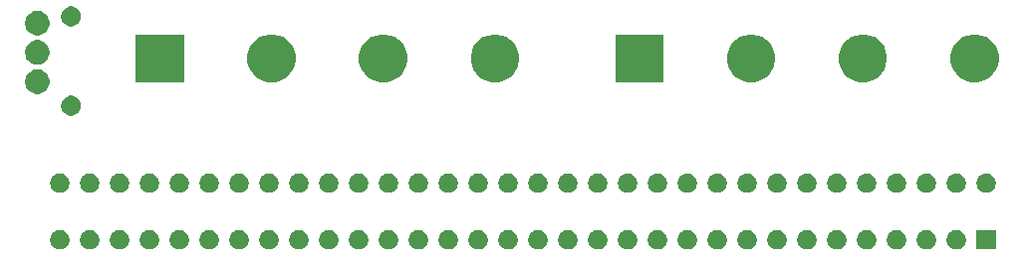
<source format=gbr>
G04 #@! TF.GenerationSoftware,KiCad,Pcbnew,(5.1.5)-3*
G04 #@! TF.CreationDate,2020-03-13T17:10:48-04:00*
G04 #@! TF.ProjectId,Power_Breakout,506f7765-725f-4427-9265-616b6f75742e,v1*
G04 #@! TF.SameCoordinates,Original*
G04 #@! TF.FileFunction,Soldermask,Top*
G04 #@! TF.FilePolarity,Negative*
%FSLAX46Y46*%
G04 Gerber Fmt 4.6, Leading zero omitted, Abs format (unit mm)*
G04 Created by KiCad (PCBNEW (5.1.5)-3) date 2020-03-13 17:10:48*
%MOMM*%
%LPD*%
G04 APERTURE LIST*
%ADD10C,0.100000*%
G04 APERTURE END LIST*
D10*
G36*
X144637017Y-158988358D02*
G01*
X144785521Y-159049870D01*
X144785522Y-159049871D01*
X144919167Y-159139169D01*
X145032831Y-159252833D01*
X145099805Y-159353067D01*
X145122130Y-159386479D01*
X145183642Y-159534983D01*
X145215000Y-159692630D01*
X145215000Y-159853370D01*
X145183642Y-160011017D01*
X145152885Y-160085270D01*
X145122130Y-160159521D01*
X145122129Y-160159522D01*
X145032831Y-160293167D01*
X144919167Y-160406831D01*
X144818933Y-160473804D01*
X144785521Y-160496130D01*
X144637017Y-160557642D01*
X144479370Y-160589000D01*
X144318630Y-160589000D01*
X144160983Y-160557642D01*
X144012479Y-160496130D01*
X143979067Y-160473804D01*
X143878833Y-160406831D01*
X143765169Y-160293167D01*
X143675871Y-160159522D01*
X143675870Y-160159521D01*
X143645115Y-160085270D01*
X143614358Y-160011017D01*
X143583000Y-159853370D01*
X143583000Y-159692630D01*
X143614358Y-159534983D01*
X143675870Y-159386479D01*
X143698195Y-159353067D01*
X143765169Y-159252833D01*
X143878833Y-159139169D01*
X144012478Y-159049871D01*
X144012479Y-159049870D01*
X144160983Y-158988358D01*
X144318630Y-158957000D01*
X144479370Y-158957000D01*
X144637017Y-158988358D01*
G37*
G36*
X124317017Y-158988358D02*
G01*
X124465521Y-159049870D01*
X124465522Y-159049871D01*
X124599167Y-159139169D01*
X124712831Y-159252833D01*
X124779805Y-159353067D01*
X124802130Y-159386479D01*
X124863642Y-159534983D01*
X124895000Y-159692630D01*
X124895000Y-159853370D01*
X124863642Y-160011017D01*
X124832885Y-160085270D01*
X124802130Y-160159521D01*
X124802129Y-160159522D01*
X124712831Y-160293167D01*
X124599167Y-160406831D01*
X124498933Y-160473804D01*
X124465521Y-160496130D01*
X124317017Y-160557642D01*
X124159370Y-160589000D01*
X123998630Y-160589000D01*
X123840983Y-160557642D01*
X123692479Y-160496130D01*
X123659067Y-160473804D01*
X123558833Y-160406831D01*
X123445169Y-160293167D01*
X123355871Y-160159522D01*
X123355870Y-160159521D01*
X123325115Y-160085270D01*
X123294358Y-160011017D01*
X123263000Y-159853370D01*
X123263000Y-159692630D01*
X123294358Y-159534983D01*
X123355870Y-159386479D01*
X123378195Y-159353067D01*
X123445169Y-159252833D01*
X123558833Y-159139169D01*
X123692478Y-159049871D01*
X123692479Y-159049870D01*
X123840983Y-158988358D01*
X123998630Y-158957000D01*
X124159370Y-158957000D01*
X124317017Y-158988358D01*
G37*
G36*
X126857017Y-158988358D02*
G01*
X127005521Y-159049870D01*
X127005522Y-159049871D01*
X127139167Y-159139169D01*
X127252831Y-159252833D01*
X127319805Y-159353067D01*
X127342130Y-159386479D01*
X127403642Y-159534983D01*
X127435000Y-159692630D01*
X127435000Y-159853370D01*
X127403642Y-160011017D01*
X127372885Y-160085270D01*
X127342130Y-160159521D01*
X127342129Y-160159522D01*
X127252831Y-160293167D01*
X127139167Y-160406831D01*
X127038933Y-160473804D01*
X127005521Y-160496130D01*
X126857017Y-160557642D01*
X126699370Y-160589000D01*
X126538630Y-160589000D01*
X126380983Y-160557642D01*
X126232479Y-160496130D01*
X126199067Y-160473804D01*
X126098833Y-160406831D01*
X125985169Y-160293167D01*
X125895871Y-160159522D01*
X125895870Y-160159521D01*
X125865115Y-160085270D01*
X125834358Y-160011017D01*
X125803000Y-159853370D01*
X125803000Y-159692630D01*
X125834358Y-159534983D01*
X125895870Y-159386479D01*
X125918195Y-159353067D01*
X125985169Y-159252833D01*
X126098833Y-159139169D01*
X126232478Y-159049871D01*
X126232479Y-159049870D01*
X126380983Y-158988358D01*
X126538630Y-158957000D01*
X126699370Y-158957000D01*
X126857017Y-158988358D01*
G37*
G36*
X129397017Y-158988358D02*
G01*
X129545521Y-159049870D01*
X129545522Y-159049871D01*
X129679167Y-159139169D01*
X129792831Y-159252833D01*
X129859805Y-159353067D01*
X129882130Y-159386479D01*
X129943642Y-159534983D01*
X129975000Y-159692630D01*
X129975000Y-159853370D01*
X129943642Y-160011017D01*
X129912885Y-160085270D01*
X129882130Y-160159521D01*
X129882129Y-160159522D01*
X129792831Y-160293167D01*
X129679167Y-160406831D01*
X129578933Y-160473804D01*
X129545521Y-160496130D01*
X129397017Y-160557642D01*
X129239370Y-160589000D01*
X129078630Y-160589000D01*
X128920983Y-160557642D01*
X128772479Y-160496130D01*
X128739067Y-160473804D01*
X128638833Y-160406831D01*
X128525169Y-160293167D01*
X128435871Y-160159522D01*
X128435870Y-160159521D01*
X128405115Y-160085270D01*
X128374358Y-160011017D01*
X128343000Y-159853370D01*
X128343000Y-159692630D01*
X128374358Y-159534983D01*
X128435870Y-159386479D01*
X128458195Y-159353067D01*
X128525169Y-159252833D01*
X128638833Y-159139169D01*
X128772478Y-159049871D01*
X128772479Y-159049870D01*
X128920983Y-158988358D01*
X129078630Y-158957000D01*
X129239370Y-158957000D01*
X129397017Y-158988358D01*
G37*
G36*
X131937017Y-158988358D02*
G01*
X132085521Y-159049870D01*
X132085522Y-159049871D01*
X132219167Y-159139169D01*
X132332831Y-159252833D01*
X132399805Y-159353067D01*
X132422130Y-159386479D01*
X132483642Y-159534983D01*
X132515000Y-159692630D01*
X132515000Y-159853370D01*
X132483642Y-160011017D01*
X132452885Y-160085270D01*
X132422130Y-160159521D01*
X132422129Y-160159522D01*
X132332831Y-160293167D01*
X132219167Y-160406831D01*
X132118933Y-160473804D01*
X132085521Y-160496130D01*
X131937017Y-160557642D01*
X131779370Y-160589000D01*
X131618630Y-160589000D01*
X131460983Y-160557642D01*
X131312479Y-160496130D01*
X131279067Y-160473804D01*
X131178833Y-160406831D01*
X131065169Y-160293167D01*
X130975871Y-160159522D01*
X130975870Y-160159521D01*
X130945115Y-160085270D01*
X130914358Y-160011017D01*
X130883000Y-159853370D01*
X130883000Y-159692630D01*
X130914358Y-159534983D01*
X130975870Y-159386479D01*
X130998195Y-159353067D01*
X131065169Y-159252833D01*
X131178833Y-159139169D01*
X131312478Y-159049871D01*
X131312479Y-159049870D01*
X131460983Y-158988358D01*
X131618630Y-158957000D01*
X131779370Y-158957000D01*
X131937017Y-158988358D01*
G37*
G36*
X134477017Y-158988358D02*
G01*
X134625521Y-159049870D01*
X134625522Y-159049871D01*
X134759167Y-159139169D01*
X134872831Y-159252833D01*
X134939805Y-159353067D01*
X134962130Y-159386479D01*
X135023642Y-159534983D01*
X135055000Y-159692630D01*
X135055000Y-159853370D01*
X135023642Y-160011017D01*
X134992885Y-160085270D01*
X134962130Y-160159521D01*
X134962129Y-160159522D01*
X134872831Y-160293167D01*
X134759167Y-160406831D01*
X134658933Y-160473804D01*
X134625521Y-160496130D01*
X134477017Y-160557642D01*
X134319370Y-160589000D01*
X134158630Y-160589000D01*
X134000983Y-160557642D01*
X133852479Y-160496130D01*
X133819067Y-160473804D01*
X133718833Y-160406831D01*
X133605169Y-160293167D01*
X133515871Y-160159522D01*
X133515870Y-160159521D01*
X133485115Y-160085270D01*
X133454358Y-160011017D01*
X133423000Y-159853370D01*
X133423000Y-159692630D01*
X133454358Y-159534983D01*
X133515870Y-159386479D01*
X133538195Y-159353067D01*
X133605169Y-159252833D01*
X133718833Y-159139169D01*
X133852478Y-159049871D01*
X133852479Y-159049870D01*
X134000983Y-158988358D01*
X134158630Y-158957000D01*
X134319370Y-158957000D01*
X134477017Y-158988358D01*
G37*
G36*
X137017017Y-158988358D02*
G01*
X137165521Y-159049870D01*
X137165522Y-159049871D01*
X137299167Y-159139169D01*
X137412831Y-159252833D01*
X137479805Y-159353067D01*
X137502130Y-159386479D01*
X137563642Y-159534983D01*
X137595000Y-159692630D01*
X137595000Y-159853370D01*
X137563642Y-160011017D01*
X137532885Y-160085270D01*
X137502130Y-160159521D01*
X137502129Y-160159522D01*
X137412831Y-160293167D01*
X137299167Y-160406831D01*
X137198933Y-160473804D01*
X137165521Y-160496130D01*
X137017017Y-160557642D01*
X136859370Y-160589000D01*
X136698630Y-160589000D01*
X136540983Y-160557642D01*
X136392479Y-160496130D01*
X136359067Y-160473804D01*
X136258833Y-160406831D01*
X136145169Y-160293167D01*
X136055871Y-160159522D01*
X136055870Y-160159521D01*
X136025115Y-160085270D01*
X135994358Y-160011017D01*
X135963000Y-159853370D01*
X135963000Y-159692630D01*
X135994358Y-159534983D01*
X136055870Y-159386479D01*
X136078195Y-159353067D01*
X136145169Y-159252833D01*
X136258833Y-159139169D01*
X136392478Y-159049871D01*
X136392479Y-159049870D01*
X136540983Y-158988358D01*
X136698630Y-158957000D01*
X136859370Y-158957000D01*
X137017017Y-158988358D01*
G37*
G36*
X139557017Y-158988358D02*
G01*
X139705521Y-159049870D01*
X139705522Y-159049871D01*
X139839167Y-159139169D01*
X139952831Y-159252833D01*
X140019805Y-159353067D01*
X140042130Y-159386479D01*
X140103642Y-159534983D01*
X140135000Y-159692630D01*
X140135000Y-159853370D01*
X140103642Y-160011017D01*
X140072885Y-160085270D01*
X140042130Y-160159521D01*
X140042129Y-160159522D01*
X139952831Y-160293167D01*
X139839167Y-160406831D01*
X139738933Y-160473804D01*
X139705521Y-160496130D01*
X139557017Y-160557642D01*
X139399370Y-160589000D01*
X139238630Y-160589000D01*
X139080983Y-160557642D01*
X138932479Y-160496130D01*
X138899067Y-160473804D01*
X138798833Y-160406831D01*
X138685169Y-160293167D01*
X138595871Y-160159522D01*
X138595870Y-160159521D01*
X138565115Y-160085270D01*
X138534358Y-160011017D01*
X138503000Y-159853370D01*
X138503000Y-159692630D01*
X138534358Y-159534983D01*
X138595870Y-159386479D01*
X138618195Y-159353067D01*
X138685169Y-159252833D01*
X138798833Y-159139169D01*
X138932478Y-159049871D01*
X138932479Y-159049870D01*
X139080983Y-158988358D01*
X139238630Y-158957000D01*
X139399370Y-158957000D01*
X139557017Y-158988358D01*
G37*
G36*
X142097017Y-158988358D02*
G01*
X142245521Y-159049870D01*
X142245522Y-159049871D01*
X142379167Y-159139169D01*
X142492831Y-159252833D01*
X142559805Y-159353067D01*
X142582130Y-159386479D01*
X142643642Y-159534983D01*
X142675000Y-159692630D01*
X142675000Y-159853370D01*
X142643642Y-160011017D01*
X142612885Y-160085270D01*
X142582130Y-160159521D01*
X142582129Y-160159522D01*
X142492831Y-160293167D01*
X142379167Y-160406831D01*
X142278933Y-160473804D01*
X142245521Y-160496130D01*
X142097017Y-160557642D01*
X141939370Y-160589000D01*
X141778630Y-160589000D01*
X141620983Y-160557642D01*
X141472479Y-160496130D01*
X141439067Y-160473804D01*
X141338833Y-160406831D01*
X141225169Y-160293167D01*
X141135871Y-160159522D01*
X141135870Y-160159521D01*
X141105115Y-160085270D01*
X141074358Y-160011017D01*
X141043000Y-159853370D01*
X141043000Y-159692630D01*
X141074358Y-159534983D01*
X141135870Y-159386479D01*
X141158195Y-159353067D01*
X141225169Y-159252833D01*
X141338833Y-159139169D01*
X141472478Y-159049871D01*
X141472479Y-159049870D01*
X141620983Y-158988358D01*
X141778630Y-158957000D01*
X141939370Y-158957000D01*
X142097017Y-158988358D01*
G37*
G36*
X119237017Y-158988358D02*
G01*
X119385521Y-159049870D01*
X119385522Y-159049871D01*
X119519167Y-159139169D01*
X119632831Y-159252833D01*
X119699805Y-159353067D01*
X119722130Y-159386479D01*
X119783642Y-159534983D01*
X119815000Y-159692630D01*
X119815000Y-159853370D01*
X119783642Y-160011017D01*
X119752885Y-160085270D01*
X119722130Y-160159521D01*
X119722129Y-160159522D01*
X119632831Y-160293167D01*
X119519167Y-160406831D01*
X119418933Y-160473804D01*
X119385521Y-160496130D01*
X119237017Y-160557642D01*
X119079370Y-160589000D01*
X118918630Y-160589000D01*
X118760983Y-160557642D01*
X118612479Y-160496130D01*
X118579067Y-160473804D01*
X118478833Y-160406831D01*
X118365169Y-160293167D01*
X118275871Y-160159522D01*
X118275870Y-160159521D01*
X118245115Y-160085270D01*
X118214358Y-160011017D01*
X118183000Y-159853370D01*
X118183000Y-159692630D01*
X118214358Y-159534983D01*
X118275870Y-159386479D01*
X118298195Y-159353067D01*
X118365169Y-159252833D01*
X118478833Y-159139169D01*
X118612478Y-159049871D01*
X118612479Y-159049870D01*
X118760983Y-158988358D01*
X118918630Y-158957000D01*
X119079370Y-158957000D01*
X119237017Y-158988358D01*
G37*
G36*
X147177017Y-158988358D02*
G01*
X147325521Y-159049870D01*
X147325522Y-159049871D01*
X147459167Y-159139169D01*
X147572831Y-159252833D01*
X147639805Y-159353067D01*
X147662130Y-159386479D01*
X147723642Y-159534983D01*
X147755000Y-159692630D01*
X147755000Y-159853370D01*
X147723642Y-160011017D01*
X147692885Y-160085270D01*
X147662130Y-160159521D01*
X147662129Y-160159522D01*
X147572831Y-160293167D01*
X147459167Y-160406831D01*
X147358933Y-160473804D01*
X147325521Y-160496130D01*
X147177017Y-160557642D01*
X147019370Y-160589000D01*
X146858630Y-160589000D01*
X146700983Y-160557642D01*
X146552479Y-160496130D01*
X146519067Y-160473804D01*
X146418833Y-160406831D01*
X146305169Y-160293167D01*
X146215871Y-160159522D01*
X146215870Y-160159521D01*
X146185115Y-160085270D01*
X146154358Y-160011017D01*
X146123000Y-159853370D01*
X146123000Y-159692630D01*
X146154358Y-159534983D01*
X146215870Y-159386479D01*
X146238195Y-159353067D01*
X146305169Y-159252833D01*
X146418833Y-159139169D01*
X146552478Y-159049871D01*
X146552479Y-159049870D01*
X146700983Y-158988358D01*
X146858630Y-158957000D01*
X147019370Y-158957000D01*
X147177017Y-158988358D01*
G37*
G36*
X149717017Y-158988358D02*
G01*
X149865521Y-159049870D01*
X149865522Y-159049871D01*
X149999167Y-159139169D01*
X150112831Y-159252833D01*
X150179805Y-159353067D01*
X150202130Y-159386479D01*
X150263642Y-159534983D01*
X150295000Y-159692630D01*
X150295000Y-159853370D01*
X150263642Y-160011017D01*
X150232885Y-160085270D01*
X150202130Y-160159521D01*
X150202129Y-160159522D01*
X150112831Y-160293167D01*
X149999167Y-160406831D01*
X149898933Y-160473804D01*
X149865521Y-160496130D01*
X149791270Y-160526885D01*
X149717017Y-160557642D01*
X149559370Y-160589000D01*
X149398630Y-160589000D01*
X149240983Y-160557642D01*
X149092479Y-160496130D01*
X149059067Y-160473804D01*
X148958833Y-160406831D01*
X148845169Y-160293167D01*
X148755871Y-160159522D01*
X148755870Y-160159521D01*
X148725115Y-160085270D01*
X148694358Y-160011017D01*
X148663000Y-159853370D01*
X148663000Y-159692630D01*
X148694358Y-159534983D01*
X148755870Y-159386479D01*
X148778195Y-159353067D01*
X148845169Y-159252833D01*
X148958833Y-159139169D01*
X149092478Y-159049871D01*
X149092479Y-159049870D01*
X149240983Y-158988358D01*
X149398630Y-158957000D01*
X149559370Y-158957000D01*
X149717017Y-158988358D01*
G37*
G36*
X152257017Y-158988358D02*
G01*
X152405521Y-159049870D01*
X152405522Y-159049871D01*
X152539167Y-159139169D01*
X152652831Y-159252833D01*
X152719805Y-159353067D01*
X152742130Y-159386479D01*
X152803642Y-159534983D01*
X152835000Y-159692630D01*
X152835000Y-159853370D01*
X152803642Y-160011017D01*
X152772885Y-160085270D01*
X152742130Y-160159521D01*
X152742129Y-160159522D01*
X152652831Y-160293167D01*
X152539167Y-160406831D01*
X152438933Y-160473804D01*
X152405521Y-160496130D01*
X152331270Y-160526885D01*
X152257017Y-160557642D01*
X152099370Y-160589000D01*
X151938630Y-160589000D01*
X151780983Y-160557642D01*
X151632479Y-160496130D01*
X151599067Y-160473804D01*
X151498833Y-160406831D01*
X151385169Y-160293167D01*
X151295871Y-160159522D01*
X151295870Y-160159521D01*
X151265115Y-160085270D01*
X151234358Y-160011017D01*
X151203000Y-159853370D01*
X151203000Y-159692630D01*
X151234358Y-159534983D01*
X151295870Y-159386479D01*
X151318195Y-159353067D01*
X151385169Y-159252833D01*
X151498833Y-159139169D01*
X151632478Y-159049871D01*
X151632479Y-159049870D01*
X151780983Y-158988358D01*
X151938630Y-158957000D01*
X152099370Y-158957000D01*
X152257017Y-158988358D01*
G37*
G36*
X154797017Y-158988358D02*
G01*
X154945521Y-159049870D01*
X154945522Y-159049871D01*
X155079167Y-159139169D01*
X155192831Y-159252833D01*
X155259805Y-159353067D01*
X155282130Y-159386479D01*
X155343642Y-159534983D01*
X155375000Y-159692630D01*
X155375000Y-159853370D01*
X155343642Y-160011017D01*
X155312885Y-160085270D01*
X155282130Y-160159521D01*
X155282129Y-160159522D01*
X155192831Y-160293167D01*
X155079167Y-160406831D01*
X154978933Y-160473804D01*
X154945521Y-160496130D01*
X154871270Y-160526885D01*
X154797017Y-160557642D01*
X154639370Y-160589000D01*
X154478630Y-160589000D01*
X154320983Y-160557642D01*
X154172479Y-160496130D01*
X154139067Y-160473804D01*
X154038833Y-160406831D01*
X153925169Y-160293167D01*
X153835871Y-160159522D01*
X153835870Y-160159521D01*
X153805115Y-160085270D01*
X153774358Y-160011017D01*
X153743000Y-159853370D01*
X153743000Y-159692630D01*
X153774358Y-159534983D01*
X153835870Y-159386479D01*
X153858195Y-159353067D01*
X153925169Y-159252833D01*
X154038833Y-159139169D01*
X154172478Y-159049871D01*
X154172479Y-159049870D01*
X154320983Y-158988358D01*
X154478630Y-158957000D01*
X154639370Y-158957000D01*
X154797017Y-158988358D01*
G37*
G36*
X157337017Y-158988358D02*
G01*
X157485521Y-159049870D01*
X157485522Y-159049871D01*
X157619167Y-159139169D01*
X157732831Y-159252833D01*
X157799805Y-159353067D01*
X157822130Y-159386479D01*
X157883642Y-159534983D01*
X157915000Y-159692630D01*
X157915000Y-159853370D01*
X157883642Y-160011017D01*
X157852885Y-160085270D01*
X157822130Y-160159521D01*
X157822129Y-160159522D01*
X157732831Y-160293167D01*
X157619167Y-160406831D01*
X157518933Y-160473804D01*
X157485521Y-160496130D01*
X157411270Y-160526885D01*
X157337017Y-160557642D01*
X157179370Y-160589000D01*
X157018630Y-160589000D01*
X156860983Y-160557642D01*
X156712479Y-160496130D01*
X156679067Y-160473804D01*
X156578833Y-160406831D01*
X156465169Y-160293167D01*
X156375871Y-160159522D01*
X156375870Y-160159521D01*
X156345115Y-160085270D01*
X156314358Y-160011017D01*
X156283000Y-159853370D01*
X156283000Y-159692630D01*
X156314358Y-159534983D01*
X156375870Y-159386479D01*
X156398195Y-159353067D01*
X156465169Y-159252833D01*
X156578833Y-159139169D01*
X156712478Y-159049871D01*
X156712479Y-159049870D01*
X156860983Y-158988358D01*
X157018630Y-158957000D01*
X157179370Y-158957000D01*
X157337017Y-158988358D01*
G37*
G36*
X159877017Y-158988358D02*
G01*
X160025521Y-159049870D01*
X160025522Y-159049871D01*
X160159167Y-159139169D01*
X160272831Y-159252833D01*
X160339805Y-159353067D01*
X160362130Y-159386479D01*
X160423642Y-159534983D01*
X160455000Y-159692630D01*
X160455000Y-159853370D01*
X160423642Y-160011017D01*
X160392885Y-160085270D01*
X160362130Y-160159521D01*
X160362129Y-160159522D01*
X160272831Y-160293167D01*
X160159167Y-160406831D01*
X160058933Y-160473804D01*
X160025521Y-160496130D01*
X159951270Y-160526885D01*
X159877017Y-160557642D01*
X159719370Y-160589000D01*
X159558630Y-160589000D01*
X159400983Y-160557642D01*
X159252479Y-160496130D01*
X159219067Y-160473804D01*
X159118833Y-160406831D01*
X159005169Y-160293167D01*
X158915871Y-160159522D01*
X158915870Y-160159521D01*
X158885115Y-160085270D01*
X158854358Y-160011017D01*
X158823000Y-159853370D01*
X158823000Y-159692630D01*
X158854358Y-159534983D01*
X158915870Y-159386479D01*
X158938195Y-159353067D01*
X159005169Y-159252833D01*
X159118833Y-159139169D01*
X159252478Y-159049871D01*
X159252479Y-159049870D01*
X159400983Y-158988358D01*
X159558630Y-158957000D01*
X159719370Y-158957000D01*
X159877017Y-158988358D01*
G37*
G36*
X177657017Y-158988358D02*
G01*
X177805521Y-159049870D01*
X177805522Y-159049871D01*
X177939167Y-159139169D01*
X178052831Y-159252833D01*
X178119805Y-159353067D01*
X178142130Y-159386479D01*
X178203642Y-159534983D01*
X178235000Y-159692630D01*
X178235000Y-159853370D01*
X178203642Y-160011017D01*
X178172885Y-160085270D01*
X178142130Y-160159521D01*
X178142129Y-160159522D01*
X178052831Y-160293167D01*
X177939167Y-160406831D01*
X177838933Y-160473804D01*
X177805521Y-160496130D01*
X177731270Y-160526885D01*
X177657017Y-160557642D01*
X177499370Y-160589000D01*
X177338630Y-160589000D01*
X177180983Y-160557642D01*
X177032479Y-160496130D01*
X176999067Y-160473804D01*
X176898833Y-160406831D01*
X176785169Y-160293167D01*
X176695871Y-160159522D01*
X176695870Y-160159521D01*
X176665115Y-160085270D01*
X176634358Y-160011017D01*
X176603000Y-159853370D01*
X176603000Y-159692630D01*
X176634358Y-159534983D01*
X176695870Y-159386479D01*
X176718195Y-159353067D01*
X176785169Y-159252833D01*
X176898833Y-159139169D01*
X177032478Y-159049871D01*
X177032479Y-159049870D01*
X177180983Y-158988358D01*
X177338630Y-158957000D01*
X177499370Y-158957000D01*
X177657017Y-158988358D01*
G37*
G36*
X192897017Y-158988358D02*
G01*
X193045521Y-159049870D01*
X193045522Y-159049871D01*
X193179167Y-159139169D01*
X193292831Y-159252833D01*
X193359805Y-159353067D01*
X193382130Y-159386479D01*
X193443642Y-159534983D01*
X193475000Y-159692630D01*
X193475000Y-159853370D01*
X193443642Y-160011017D01*
X193412885Y-160085270D01*
X193382130Y-160159521D01*
X193382129Y-160159522D01*
X193292831Y-160293167D01*
X193179167Y-160406831D01*
X193078933Y-160473804D01*
X193045521Y-160496130D01*
X192971270Y-160526885D01*
X192897017Y-160557642D01*
X192739370Y-160589000D01*
X192578630Y-160589000D01*
X192420983Y-160557642D01*
X192272479Y-160496130D01*
X192239067Y-160473804D01*
X192138833Y-160406831D01*
X192025169Y-160293167D01*
X191935871Y-160159522D01*
X191935870Y-160159521D01*
X191905115Y-160085270D01*
X191874358Y-160011017D01*
X191843000Y-159853370D01*
X191843000Y-159692630D01*
X191874358Y-159534983D01*
X191935870Y-159386479D01*
X191958195Y-159353067D01*
X192025169Y-159252833D01*
X192138833Y-159139169D01*
X192272478Y-159049871D01*
X192272479Y-159049870D01*
X192420983Y-158988358D01*
X192578630Y-158957000D01*
X192739370Y-158957000D01*
X192897017Y-158988358D01*
G37*
G36*
X195437017Y-158988358D02*
G01*
X195585521Y-159049870D01*
X195585522Y-159049871D01*
X195719167Y-159139169D01*
X195832831Y-159252833D01*
X195899805Y-159353067D01*
X195922130Y-159386479D01*
X195983642Y-159534983D01*
X196015000Y-159692630D01*
X196015000Y-159853370D01*
X195983642Y-160011017D01*
X195952885Y-160085270D01*
X195922130Y-160159521D01*
X195922129Y-160159522D01*
X195832831Y-160293167D01*
X195719167Y-160406831D01*
X195618933Y-160473804D01*
X195585521Y-160496130D01*
X195511270Y-160526885D01*
X195437017Y-160557642D01*
X195279370Y-160589000D01*
X195118630Y-160589000D01*
X194960983Y-160557642D01*
X194812479Y-160496130D01*
X194779067Y-160473804D01*
X194678833Y-160406831D01*
X194565169Y-160293167D01*
X194475871Y-160159522D01*
X194475870Y-160159521D01*
X194445115Y-160085270D01*
X194414358Y-160011017D01*
X194383000Y-159853370D01*
X194383000Y-159692630D01*
X194414358Y-159534983D01*
X194475870Y-159386479D01*
X194498195Y-159353067D01*
X194565169Y-159252833D01*
X194678833Y-159139169D01*
X194812478Y-159049871D01*
X194812479Y-159049870D01*
X194960983Y-158988358D01*
X195118630Y-158957000D01*
X195279370Y-158957000D01*
X195437017Y-158988358D01*
G37*
G36*
X162417017Y-158988358D02*
G01*
X162565521Y-159049870D01*
X162565522Y-159049871D01*
X162699167Y-159139169D01*
X162812831Y-159252833D01*
X162879805Y-159353067D01*
X162902130Y-159386479D01*
X162963642Y-159534983D01*
X162995000Y-159692630D01*
X162995000Y-159853370D01*
X162963642Y-160011017D01*
X162932885Y-160085270D01*
X162902130Y-160159521D01*
X162902129Y-160159522D01*
X162812831Y-160293167D01*
X162699167Y-160406831D01*
X162598933Y-160473804D01*
X162565521Y-160496130D01*
X162491270Y-160526885D01*
X162417017Y-160557642D01*
X162259370Y-160589000D01*
X162098630Y-160589000D01*
X161940983Y-160557642D01*
X161792479Y-160496130D01*
X161759067Y-160473804D01*
X161658833Y-160406831D01*
X161545169Y-160293167D01*
X161455871Y-160159522D01*
X161455870Y-160159521D01*
X161425115Y-160085270D01*
X161394358Y-160011017D01*
X161363000Y-159853370D01*
X161363000Y-159692630D01*
X161394358Y-159534983D01*
X161455870Y-159386479D01*
X161478195Y-159353067D01*
X161545169Y-159252833D01*
X161658833Y-159139169D01*
X161792478Y-159049871D01*
X161792479Y-159049870D01*
X161940983Y-158988358D01*
X162098630Y-158957000D01*
X162259370Y-158957000D01*
X162417017Y-158988358D01*
G37*
G36*
X164957017Y-158988358D02*
G01*
X165105521Y-159049870D01*
X165105522Y-159049871D01*
X165239167Y-159139169D01*
X165352831Y-159252833D01*
X165419805Y-159353067D01*
X165442130Y-159386479D01*
X165503642Y-159534983D01*
X165535000Y-159692630D01*
X165535000Y-159853370D01*
X165503642Y-160011017D01*
X165472885Y-160085270D01*
X165442130Y-160159521D01*
X165442129Y-160159522D01*
X165352831Y-160293167D01*
X165239167Y-160406831D01*
X165138933Y-160473804D01*
X165105521Y-160496130D01*
X165031270Y-160526885D01*
X164957017Y-160557642D01*
X164799370Y-160589000D01*
X164638630Y-160589000D01*
X164480983Y-160557642D01*
X164332479Y-160496130D01*
X164299067Y-160473804D01*
X164198833Y-160406831D01*
X164085169Y-160293167D01*
X163995871Y-160159522D01*
X163995870Y-160159521D01*
X163965115Y-160085270D01*
X163934358Y-160011017D01*
X163903000Y-159853370D01*
X163903000Y-159692630D01*
X163934358Y-159534983D01*
X163995870Y-159386479D01*
X164018195Y-159353067D01*
X164085169Y-159252833D01*
X164198833Y-159139169D01*
X164332478Y-159049871D01*
X164332479Y-159049870D01*
X164480983Y-158988358D01*
X164638630Y-158957000D01*
X164799370Y-158957000D01*
X164957017Y-158988358D01*
G37*
G36*
X167497017Y-158988358D02*
G01*
X167645521Y-159049870D01*
X167645522Y-159049871D01*
X167779167Y-159139169D01*
X167892831Y-159252833D01*
X167959805Y-159353067D01*
X167982130Y-159386479D01*
X168043642Y-159534983D01*
X168075000Y-159692630D01*
X168075000Y-159853370D01*
X168043642Y-160011017D01*
X168012885Y-160085270D01*
X167982130Y-160159521D01*
X167982129Y-160159522D01*
X167892831Y-160293167D01*
X167779167Y-160406831D01*
X167678933Y-160473804D01*
X167645521Y-160496130D01*
X167571270Y-160526885D01*
X167497017Y-160557642D01*
X167339370Y-160589000D01*
X167178630Y-160589000D01*
X167020983Y-160557642D01*
X166872479Y-160496130D01*
X166839067Y-160473804D01*
X166738833Y-160406831D01*
X166625169Y-160293167D01*
X166535871Y-160159522D01*
X166535870Y-160159521D01*
X166505115Y-160085270D01*
X166474358Y-160011017D01*
X166443000Y-159853370D01*
X166443000Y-159692630D01*
X166474358Y-159534983D01*
X166535870Y-159386479D01*
X166558195Y-159353067D01*
X166625169Y-159252833D01*
X166738833Y-159139169D01*
X166872478Y-159049871D01*
X166872479Y-159049870D01*
X167020983Y-158988358D01*
X167178630Y-158957000D01*
X167339370Y-158957000D01*
X167497017Y-158988358D01*
G37*
G36*
X198555000Y-160589000D02*
G01*
X196923000Y-160589000D01*
X196923000Y-158957000D01*
X198555000Y-158957000D01*
X198555000Y-160589000D01*
G37*
G36*
X170037017Y-158988358D02*
G01*
X170185521Y-159049870D01*
X170185522Y-159049871D01*
X170319167Y-159139169D01*
X170432831Y-159252833D01*
X170499805Y-159353067D01*
X170522130Y-159386479D01*
X170583642Y-159534983D01*
X170615000Y-159692630D01*
X170615000Y-159853370D01*
X170583642Y-160011017D01*
X170552885Y-160085270D01*
X170522130Y-160159521D01*
X170522129Y-160159522D01*
X170432831Y-160293167D01*
X170319167Y-160406831D01*
X170218933Y-160473804D01*
X170185521Y-160496130D01*
X170111270Y-160526885D01*
X170037017Y-160557642D01*
X169879370Y-160589000D01*
X169718630Y-160589000D01*
X169560983Y-160557642D01*
X169412479Y-160496130D01*
X169379067Y-160473804D01*
X169278833Y-160406831D01*
X169165169Y-160293167D01*
X169075871Y-160159522D01*
X169075870Y-160159521D01*
X169045115Y-160085270D01*
X169014358Y-160011017D01*
X168983000Y-159853370D01*
X168983000Y-159692630D01*
X169014358Y-159534983D01*
X169075870Y-159386479D01*
X169098195Y-159353067D01*
X169165169Y-159252833D01*
X169278833Y-159139169D01*
X169412478Y-159049871D01*
X169412479Y-159049870D01*
X169560983Y-158988358D01*
X169718630Y-158957000D01*
X169879370Y-158957000D01*
X170037017Y-158988358D01*
G37*
G36*
X172577017Y-158988358D02*
G01*
X172725521Y-159049870D01*
X172725522Y-159049871D01*
X172859167Y-159139169D01*
X172972831Y-159252833D01*
X173039805Y-159353067D01*
X173062130Y-159386479D01*
X173123642Y-159534983D01*
X173155000Y-159692630D01*
X173155000Y-159853370D01*
X173123642Y-160011017D01*
X173092885Y-160085270D01*
X173062130Y-160159521D01*
X173062129Y-160159522D01*
X172972831Y-160293167D01*
X172859167Y-160406831D01*
X172758933Y-160473804D01*
X172725521Y-160496130D01*
X172651270Y-160526885D01*
X172577017Y-160557642D01*
X172419370Y-160589000D01*
X172258630Y-160589000D01*
X172100983Y-160557642D01*
X171952479Y-160496130D01*
X171919067Y-160473804D01*
X171818833Y-160406831D01*
X171705169Y-160293167D01*
X171615871Y-160159522D01*
X171615870Y-160159521D01*
X171585115Y-160085270D01*
X171554358Y-160011017D01*
X171523000Y-159853370D01*
X171523000Y-159692630D01*
X171554358Y-159534983D01*
X171615870Y-159386479D01*
X171638195Y-159353067D01*
X171705169Y-159252833D01*
X171818833Y-159139169D01*
X171952478Y-159049871D01*
X171952479Y-159049870D01*
X172100983Y-158988358D01*
X172258630Y-158957000D01*
X172419370Y-158957000D01*
X172577017Y-158988358D01*
G37*
G36*
X175117017Y-158988358D02*
G01*
X175265521Y-159049870D01*
X175265522Y-159049871D01*
X175399167Y-159139169D01*
X175512831Y-159252833D01*
X175579805Y-159353067D01*
X175602130Y-159386479D01*
X175663642Y-159534983D01*
X175695000Y-159692630D01*
X175695000Y-159853370D01*
X175663642Y-160011017D01*
X175632885Y-160085270D01*
X175602130Y-160159521D01*
X175602129Y-160159522D01*
X175512831Y-160293167D01*
X175399167Y-160406831D01*
X175298933Y-160473804D01*
X175265521Y-160496130D01*
X175191270Y-160526885D01*
X175117017Y-160557642D01*
X174959370Y-160589000D01*
X174798630Y-160589000D01*
X174640983Y-160557642D01*
X174492479Y-160496130D01*
X174459067Y-160473804D01*
X174358833Y-160406831D01*
X174245169Y-160293167D01*
X174155871Y-160159522D01*
X174155870Y-160159521D01*
X174125115Y-160085270D01*
X174094358Y-160011017D01*
X174063000Y-159853370D01*
X174063000Y-159692630D01*
X174094358Y-159534983D01*
X174155870Y-159386479D01*
X174178195Y-159353067D01*
X174245169Y-159252833D01*
X174358833Y-159139169D01*
X174492478Y-159049871D01*
X174492479Y-159049870D01*
X174640983Y-158988358D01*
X174798630Y-158957000D01*
X174959370Y-158957000D01*
X175117017Y-158988358D01*
G37*
G36*
X121777017Y-158988358D02*
G01*
X121925521Y-159049870D01*
X121925522Y-159049871D01*
X122059167Y-159139169D01*
X122172831Y-159252833D01*
X122239805Y-159353067D01*
X122262130Y-159386479D01*
X122323642Y-159534983D01*
X122355000Y-159692630D01*
X122355000Y-159853370D01*
X122323642Y-160011017D01*
X122292885Y-160085270D01*
X122262130Y-160159521D01*
X122262129Y-160159522D01*
X122172831Y-160293167D01*
X122059167Y-160406831D01*
X121958933Y-160473804D01*
X121925521Y-160496130D01*
X121777017Y-160557642D01*
X121619370Y-160589000D01*
X121458630Y-160589000D01*
X121300983Y-160557642D01*
X121152479Y-160496130D01*
X121119067Y-160473804D01*
X121018833Y-160406831D01*
X120905169Y-160293167D01*
X120815871Y-160159522D01*
X120815870Y-160159521D01*
X120785115Y-160085270D01*
X120754358Y-160011017D01*
X120723000Y-159853370D01*
X120723000Y-159692630D01*
X120754358Y-159534983D01*
X120815870Y-159386479D01*
X120838195Y-159353067D01*
X120905169Y-159252833D01*
X121018833Y-159139169D01*
X121152478Y-159049871D01*
X121152479Y-159049870D01*
X121300983Y-158988358D01*
X121458630Y-158957000D01*
X121619370Y-158957000D01*
X121777017Y-158988358D01*
G37*
G36*
X180197017Y-158988358D02*
G01*
X180345521Y-159049870D01*
X180345522Y-159049871D01*
X180479167Y-159139169D01*
X180592831Y-159252833D01*
X180659805Y-159353067D01*
X180682130Y-159386479D01*
X180743642Y-159534983D01*
X180775000Y-159692630D01*
X180775000Y-159853370D01*
X180743642Y-160011017D01*
X180712885Y-160085270D01*
X180682130Y-160159521D01*
X180682129Y-160159522D01*
X180592831Y-160293167D01*
X180479167Y-160406831D01*
X180378933Y-160473804D01*
X180345521Y-160496130D01*
X180271270Y-160526885D01*
X180197017Y-160557642D01*
X180039370Y-160589000D01*
X179878630Y-160589000D01*
X179720983Y-160557642D01*
X179572479Y-160496130D01*
X179539067Y-160473804D01*
X179438833Y-160406831D01*
X179325169Y-160293167D01*
X179235871Y-160159522D01*
X179235870Y-160159521D01*
X179205115Y-160085270D01*
X179174358Y-160011017D01*
X179143000Y-159853370D01*
X179143000Y-159692630D01*
X179174358Y-159534983D01*
X179235870Y-159386479D01*
X179258195Y-159353067D01*
X179325169Y-159252833D01*
X179438833Y-159139169D01*
X179572478Y-159049871D01*
X179572479Y-159049870D01*
X179720983Y-158988358D01*
X179878630Y-158957000D01*
X180039370Y-158957000D01*
X180197017Y-158988358D01*
G37*
G36*
X182737017Y-158988358D02*
G01*
X182885521Y-159049870D01*
X182885522Y-159049871D01*
X183019167Y-159139169D01*
X183132831Y-159252833D01*
X183199805Y-159353067D01*
X183222130Y-159386479D01*
X183283642Y-159534983D01*
X183315000Y-159692630D01*
X183315000Y-159853370D01*
X183283642Y-160011017D01*
X183252885Y-160085270D01*
X183222130Y-160159521D01*
X183222129Y-160159522D01*
X183132831Y-160293167D01*
X183019167Y-160406831D01*
X182918933Y-160473804D01*
X182885521Y-160496130D01*
X182811270Y-160526885D01*
X182737017Y-160557642D01*
X182579370Y-160589000D01*
X182418630Y-160589000D01*
X182260983Y-160557642D01*
X182112479Y-160496130D01*
X182079067Y-160473804D01*
X181978833Y-160406831D01*
X181865169Y-160293167D01*
X181775871Y-160159522D01*
X181775870Y-160159521D01*
X181745115Y-160085270D01*
X181714358Y-160011017D01*
X181683000Y-159853370D01*
X181683000Y-159692630D01*
X181714358Y-159534983D01*
X181775870Y-159386479D01*
X181798195Y-159353067D01*
X181865169Y-159252833D01*
X181978833Y-159139169D01*
X182112478Y-159049871D01*
X182112479Y-159049870D01*
X182260983Y-158988358D01*
X182418630Y-158957000D01*
X182579370Y-158957000D01*
X182737017Y-158988358D01*
G37*
G36*
X185277017Y-158988358D02*
G01*
X185425521Y-159049870D01*
X185425522Y-159049871D01*
X185559167Y-159139169D01*
X185672831Y-159252833D01*
X185739805Y-159353067D01*
X185762130Y-159386479D01*
X185823642Y-159534983D01*
X185855000Y-159692630D01*
X185855000Y-159853370D01*
X185823642Y-160011017D01*
X185792885Y-160085270D01*
X185762130Y-160159521D01*
X185762129Y-160159522D01*
X185672831Y-160293167D01*
X185559167Y-160406831D01*
X185458933Y-160473804D01*
X185425521Y-160496130D01*
X185351270Y-160526885D01*
X185277017Y-160557642D01*
X185119370Y-160589000D01*
X184958630Y-160589000D01*
X184800983Y-160557642D01*
X184652479Y-160496130D01*
X184619067Y-160473804D01*
X184518833Y-160406831D01*
X184405169Y-160293167D01*
X184315871Y-160159522D01*
X184315870Y-160159521D01*
X184285115Y-160085270D01*
X184254358Y-160011017D01*
X184223000Y-159853370D01*
X184223000Y-159692630D01*
X184254358Y-159534983D01*
X184315870Y-159386479D01*
X184338195Y-159353067D01*
X184405169Y-159252833D01*
X184518833Y-159139169D01*
X184652478Y-159049871D01*
X184652479Y-159049870D01*
X184800983Y-158988358D01*
X184958630Y-158957000D01*
X185119370Y-158957000D01*
X185277017Y-158988358D01*
G37*
G36*
X187817017Y-158988358D02*
G01*
X187965521Y-159049870D01*
X187965522Y-159049871D01*
X188099167Y-159139169D01*
X188212831Y-159252833D01*
X188279805Y-159353067D01*
X188302130Y-159386479D01*
X188363642Y-159534983D01*
X188395000Y-159692630D01*
X188395000Y-159853370D01*
X188363642Y-160011017D01*
X188332885Y-160085270D01*
X188302130Y-160159521D01*
X188302129Y-160159522D01*
X188212831Y-160293167D01*
X188099167Y-160406831D01*
X187998933Y-160473804D01*
X187965521Y-160496130D01*
X187891270Y-160526885D01*
X187817017Y-160557642D01*
X187659370Y-160589000D01*
X187498630Y-160589000D01*
X187340983Y-160557642D01*
X187192479Y-160496130D01*
X187159067Y-160473804D01*
X187058833Y-160406831D01*
X186945169Y-160293167D01*
X186855871Y-160159522D01*
X186855870Y-160159521D01*
X186825115Y-160085270D01*
X186794358Y-160011017D01*
X186763000Y-159853370D01*
X186763000Y-159692630D01*
X186794358Y-159534983D01*
X186855870Y-159386479D01*
X186878195Y-159353067D01*
X186945169Y-159252833D01*
X187058833Y-159139169D01*
X187192478Y-159049871D01*
X187192479Y-159049870D01*
X187340983Y-158988358D01*
X187498630Y-158957000D01*
X187659370Y-158957000D01*
X187817017Y-158988358D01*
G37*
G36*
X190357017Y-158988358D02*
G01*
X190505521Y-159049870D01*
X190505522Y-159049871D01*
X190639167Y-159139169D01*
X190752831Y-159252833D01*
X190819805Y-159353067D01*
X190842130Y-159386479D01*
X190903642Y-159534983D01*
X190935000Y-159692630D01*
X190935000Y-159853370D01*
X190903642Y-160011017D01*
X190872885Y-160085270D01*
X190842130Y-160159521D01*
X190842129Y-160159522D01*
X190752831Y-160293167D01*
X190639167Y-160406831D01*
X190538933Y-160473804D01*
X190505521Y-160496130D01*
X190431270Y-160526885D01*
X190357017Y-160557642D01*
X190199370Y-160589000D01*
X190038630Y-160589000D01*
X189880983Y-160557642D01*
X189732479Y-160496130D01*
X189699067Y-160473804D01*
X189598833Y-160406831D01*
X189485169Y-160293167D01*
X189395871Y-160159522D01*
X189395870Y-160159521D01*
X189365115Y-160085270D01*
X189334358Y-160011017D01*
X189303000Y-159853370D01*
X189303000Y-159692630D01*
X189334358Y-159534983D01*
X189395870Y-159386479D01*
X189418195Y-159353067D01*
X189485169Y-159252833D01*
X189598833Y-159139169D01*
X189732478Y-159049871D01*
X189732479Y-159049870D01*
X189880983Y-158988358D01*
X190038630Y-158957000D01*
X190199370Y-158957000D01*
X190357017Y-158988358D01*
G37*
G36*
X137017017Y-154148358D02*
G01*
X137165521Y-154209870D01*
X137165522Y-154209871D01*
X137299167Y-154299169D01*
X137412831Y-154412833D01*
X137479805Y-154513067D01*
X137502130Y-154546479D01*
X137563642Y-154694983D01*
X137595000Y-154852630D01*
X137595000Y-155013370D01*
X137563642Y-155171017D01*
X137502130Y-155319521D01*
X137502129Y-155319522D01*
X137412831Y-155453167D01*
X137299167Y-155566831D01*
X137198933Y-155633804D01*
X137165521Y-155656130D01*
X137017017Y-155717642D01*
X136859370Y-155749000D01*
X136698630Y-155749000D01*
X136540983Y-155717642D01*
X136392479Y-155656130D01*
X136359067Y-155633804D01*
X136258833Y-155566831D01*
X136145169Y-155453167D01*
X136055871Y-155319522D01*
X136055870Y-155319521D01*
X135994358Y-155171017D01*
X135963000Y-155013370D01*
X135963000Y-154852630D01*
X135994358Y-154694983D01*
X136055870Y-154546479D01*
X136078196Y-154513067D01*
X136145169Y-154412833D01*
X136258833Y-154299169D01*
X136392478Y-154209871D01*
X136392479Y-154209870D01*
X136540983Y-154148358D01*
X136698630Y-154117000D01*
X136859370Y-154117000D01*
X137017017Y-154148358D01*
G37*
G36*
X134477017Y-154148358D02*
G01*
X134625521Y-154209870D01*
X134625522Y-154209871D01*
X134759167Y-154299169D01*
X134872831Y-154412833D01*
X134939805Y-154513067D01*
X134962130Y-154546479D01*
X135023642Y-154694983D01*
X135055000Y-154852630D01*
X135055000Y-155013370D01*
X135023642Y-155171017D01*
X134962130Y-155319521D01*
X134962129Y-155319522D01*
X134872831Y-155453167D01*
X134759167Y-155566831D01*
X134658933Y-155633804D01*
X134625521Y-155656130D01*
X134477017Y-155717642D01*
X134319370Y-155749000D01*
X134158630Y-155749000D01*
X134000983Y-155717642D01*
X133852479Y-155656130D01*
X133819067Y-155633804D01*
X133718833Y-155566831D01*
X133605169Y-155453167D01*
X133515871Y-155319522D01*
X133515870Y-155319521D01*
X133454358Y-155171017D01*
X133423000Y-155013370D01*
X133423000Y-154852630D01*
X133454358Y-154694983D01*
X133515870Y-154546479D01*
X133538196Y-154513067D01*
X133605169Y-154412833D01*
X133718833Y-154299169D01*
X133852478Y-154209871D01*
X133852479Y-154209870D01*
X134000983Y-154148358D01*
X134158630Y-154117000D01*
X134319370Y-154117000D01*
X134477017Y-154148358D01*
G37*
G36*
X131937017Y-154148358D02*
G01*
X132085521Y-154209870D01*
X132085522Y-154209871D01*
X132219167Y-154299169D01*
X132332831Y-154412833D01*
X132399805Y-154513067D01*
X132422130Y-154546479D01*
X132483642Y-154694983D01*
X132515000Y-154852630D01*
X132515000Y-155013370D01*
X132483642Y-155171017D01*
X132422130Y-155319521D01*
X132422129Y-155319522D01*
X132332831Y-155453167D01*
X132219167Y-155566831D01*
X132118933Y-155633804D01*
X132085521Y-155656130D01*
X131937017Y-155717642D01*
X131779370Y-155749000D01*
X131618630Y-155749000D01*
X131460983Y-155717642D01*
X131312479Y-155656130D01*
X131279067Y-155633804D01*
X131178833Y-155566831D01*
X131065169Y-155453167D01*
X130975871Y-155319522D01*
X130975870Y-155319521D01*
X130945115Y-155245270D01*
X130914358Y-155171017D01*
X130883000Y-155013370D01*
X130883000Y-154852630D01*
X130914358Y-154694983D01*
X130975870Y-154546479D01*
X130998196Y-154513067D01*
X131065169Y-154412833D01*
X131178833Y-154299169D01*
X131312478Y-154209871D01*
X131312479Y-154209870D01*
X131460983Y-154148358D01*
X131618630Y-154117000D01*
X131779370Y-154117000D01*
X131937017Y-154148358D01*
G37*
G36*
X129397017Y-154148358D02*
G01*
X129545521Y-154209870D01*
X129545522Y-154209871D01*
X129679167Y-154299169D01*
X129792831Y-154412833D01*
X129859805Y-154513067D01*
X129882130Y-154546479D01*
X129943642Y-154694983D01*
X129975000Y-154852630D01*
X129975000Y-155013370D01*
X129943642Y-155171017D01*
X129882130Y-155319521D01*
X129882129Y-155319522D01*
X129792831Y-155453167D01*
X129679167Y-155566831D01*
X129578933Y-155633804D01*
X129545521Y-155656130D01*
X129397017Y-155717642D01*
X129239370Y-155749000D01*
X129078630Y-155749000D01*
X128920983Y-155717642D01*
X128772479Y-155656130D01*
X128739067Y-155633804D01*
X128638833Y-155566831D01*
X128525169Y-155453167D01*
X128435871Y-155319522D01*
X128435870Y-155319521D01*
X128405115Y-155245270D01*
X128374358Y-155171017D01*
X128343000Y-155013370D01*
X128343000Y-154852630D01*
X128374358Y-154694983D01*
X128435870Y-154546479D01*
X128458196Y-154513067D01*
X128525169Y-154412833D01*
X128638833Y-154299169D01*
X128772478Y-154209871D01*
X128772479Y-154209870D01*
X128920983Y-154148358D01*
X129078630Y-154117000D01*
X129239370Y-154117000D01*
X129397017Y-154148358D01*
G37*
G36*
X126857017Y-154148358D02*
G01*
X127005521Y-154209870D01*
X127005522Y-154209871D01*
X127139167Y-154299169D01*
X127252831Y-154412833D01*
X127319805Y-154513067D01*
X127342130Y-154546479D01*
X127403642Y-154694983D01*
X127435000Y-154852630D01*
X127435000Y-155013370D01*
X127403642Y-155171017D01*
X127342130Y-155319521D01*
X127342129Y-155319522D01*
X127252831Y-155453167D01*
X127139167Y-155566831D01*
X127038933Y-155633804D01*
X127005521Y-155656130D01*
X126857017Y-155717642D01*
X126699370Y-155749000D01*
X126538630Y-155749000D01*
X126380983Y-155717642D01*
X126232479Y-155656130D01*
X126199067Y-155633804D01*
X126098833Y-155566831D01*
X125985169Y-155453167D01*
X125895871Y-155319522D01*
X125895870Y-155319521D01*
X125865115Y-155245270D01*
X125834358Y-155171017D01*
X125803000Y-155013370D01*
X125803000Y-154852630D01*
X125834358Y-154694983D01*
X125895870Y-154546479D01*
X125918196Y-154513067D01*
X125985169Y-154412833D01*
X126098833Y-154299169D01*
X126232478Y-154209871D01*
X126232479Y-154209870D01*
X126380983Y-154148358D01*
X126538630Y-154117000D01*
X126699370Y-154117000D01*
X126857017Y-154148358D01*
G37*
G36*
X124317017Y-154148358D02*
G01*
X124465521Y-154209870D01*
X124465522Y-154209871D01*
X124599167Y-154299169D01*
X124712831Y-154412833D01*
X124779805Y-154513067D01*
X124802130Y-154546479D01*
X124863642Y-154694983D01*
X124895000Y-154852630D01*
X124895000Y-155013370D01*
X124863642Y-155171017D01*
X124802130Y-155319521D01*
X124802129Y-155319522D01*
X124712831Y-155453167D01*
X124599167Y-155566831D01*
X124498933Y-155633804D01*
X124465521Y-155656130D01*
X124317017Y-155717642D01*
X124159370Y-155749000D01*
X123998630Y-155749000D01*
X123840983Y-155717642D01*
X123692479Y-155656130D01*
X123659067Y-155633804D01*
X123558833Y-155566831D01*
X123445169Y-155453167D01*
X123355871Y-155319522D01*
X123355870Y-155319521D01*
X123325115Y-155245270D01*
X123294358Y-155171017D01*
X123263000Y-155013370D01*
X123263000Y-154852630D01*
X123294358Y-154694983D01*
X123355870Y-154546479D01*
X123378196Y-154513067D01*
X123445169Y-154412833D01*
X123558833Y-154299169D01*
X123692478Y-154209871D01*
X123692479Y-154209870D01*
X123840983Y-154148358D01*
X123998630Y-154117000D01*
X124159370Y-154117000D01*
X124317017Y-154148358D01*
G37*
G36*
X121777017Y-154148358D02*
G01*
X121925521Y-154209870D01*
X121925522Y-154209871D01*
X122059167Y-154299169D01*
X122172831Y-154412833D01*
X122239805Y-154513067D01*
X122262130Y-154546479D01*
X122323642Y-154694983D01*
X122355000Y-154852630D01*
X122355000Y-155013370D01*
X122323642Y-155171017D01*
X122262130Y-155319521D01*
X122262129Y-155319522D01*
X122172831Y-155453167D01*
X122059167Y-155566831D01*
X121958933Y-155633804D01*
X121925521Y-155656130D01*
X121777017Y-155717642D01*
X121619370Y-155749000D01*
X121458630Y-155749000D01*
X121300983Y-155717642D01*
X121152479Y-155656130D01*
X121119067Y-155633804D01*
X121018833Y-155566831D01*
X120905169Y-155453167D01*
X120815871Y-155319522D01*
X120815870Y-155319521D01*
X120785115Y-155245270D01*
X120754358Y-155171017D01*
X120723000Y-155013370D01*
X120723000Y-154852630D01*
X120754358Y-154694983D01*
X120815870Y-154546479D01*
X120838196Y-154513067D01*
X120905169Y-154412833D01*
X121018833Y-154299169D01*
X121152478Y-154209871D01*
X121152479Y-154209870D01*
X121300983Y-154148358D01*
X121458630Y-154117000D01*
X121619370Y-154117000D01*
X121777017Y-154148358D01*
G37*
G36*
X119237017Y-154148358D02*
G01*
X119385521Y-154209870D01*
X119385522Y-154209871D01*
X119519167Y-154299169D01*
X119632831Y-154412833D01*
X119699805Y-154513067D01*
X119722130Y-154546479D01*
X119783642Y-154694983D01*
X119815000Y-154852630D01*
X119815000Y-155013370D01*
X119783642Y-155171017D01*
X119722130Y-155319521D01*
X119722129Y-155319522D01*
X119632831Y-155453167D01*
X119519167Y-155566831D01*
X119418933Y-155633804D01*
X119385521Y-155656130D01*
X119237017Y-155717642D01*
X119079370Y-155749000D01*
X118918630Y-155749000D01*
X118760983Y-155717642D01*
X118612479Y-155656130D01*
X118579067Y-155633804D01*
X118478833Y-155566831D01*
X118365169Y-155453167D01*
X118275871Y-155319522D01*
X118275870Y-155319521D01*
X118245115Y-155245270D01*
X118214358Y-155171017D01*
X118183000Y-155013370D01*
X118183000Y-154852630D01*
X118214358Y-154694983D01*
X118275870Y-154546479D01*
X118298196Y-154513067D01*
X118365169Y-154412833D01*
X118478833Y-154299169D01*
X118612478Y-154209871D01*
X118612479Y-154209870D01*
X118760983Y-154148358D01*
X118918630Y-154117000D01*
X119079370Y-154117000D01*
X119237017Y-154148358D01*
G37*
G36*
X180197017Y-154148358D02*
G01*
X180345521Y-154209870D01*
X180345522Y-154209871D01*
X180479167Y-154299169D01*
X180592831Y-154412833D01*
X180659805Y-154513067D01*
X180682130Y-154546479D01*
X180743642Y-154694983D01*
X180775000Y-154852630D01*
X180775000Y-155013370D01*
X180743642Y-155171017D01*
X180682130Y-155319521D01*
X180682129Y-155319522D01*
X180592831Y-155453167D01*
X180479167Y-155566831D01*
X180378933Y-155633804D01*
X180345521Y-155656130D01*
X180197017Y-155717642D01*
X180039370Y-155749000D01*
X179878630Y-155749000D01*
X179720983Y-155717642D01*
X179572479Y-155656130D01*
X179539067Y-155633804D01*
X179438833Y-155566831D01*
X179325169Y-155453167D01*
X179235871Y-155319522D01*
X179235870Y-155319521D01*
X179174358Y-155171017D01*
X179143000Y-155013370D01*
X179143000Y-154852630D01*
X179174358Y-154694983D01*
X179235870Y-154546479D01*
X179258196Y-154513067D01*
X179325169Y-154412833D01*
X179438833Y-154299169D01*
X179572478Y-154209871D01*
X179572479Y-154209870D01*
X179646730Y-154179115D01*
X179720983Y-154148358D01*
X179878630Y-154117000D01*
X180039370Y-154117000D01*
X180197017Y-154148358D01*
G37*
G36*
X175117017Y-154148358D02*
G01*
X175265521Y-154209870D01*
X175265522Y-154209871D01*
X175399167Y-154299169D01*
X175512831Y-154412833D01*
X175579805Y-154513067D01*
X175602130Y-154546479D01*
X175663642Y-154694983D01*
X175695000Y-154852630D01*
X175695000Y-155013370D01*
X175663642Y-155171017D01*
X175602130Y-155319521D01*
X175602129Y-155319522D01*
X175512831Y-155453167D01*
X175399167Y-155566831D01*
X175298933Y-155633804D01*
X175265521Y-155656130D01*
X175117017Y-155717642D01*
X174959370Y-155749000D01*
X174798630Y-155749000D01*
X174640983Y-155717642D01*
X174492479Y-155656130D01*
X174459067Y-155633804D01*
X174358833Y-155566831D01*
X174245169Y-155453167D01*
X174155871Y-155319522D01*
X174155870Y-155319521D01*
X174094358Y-155171017D01*
X174063000Y-155013370D01*
X174063000Y-154852630D01*
X174094358Y-154694983D01*
X174155870Y-154546479D01*
X174178196Y-154513067D01*
X174245169Y-154412833D01*
X174358833Y-154299169D01*
X174492478Y-154209871D01*
X174492479Y-154209870D01*
X174566730Y-154179115D01*
X174640983Y-154148358D01*
X174798630Y-154117000D01*
X174959370Y-154117000D01*
X175117017Y-154148358D01*
G37*
G36*
X182737017Y-154148358D02*
G01*
X182885521Y-154209870D01*
X182885522Y-154209871D01*
X183019167Y-154299169D01*
X183132831Y-154412833D01*
X183199805Y-154513067D01*
X183222130Y-154546479D01*
X183283642Y-154694983D01*
X183315000Y-154852630D01*
X183315000Y-155013370D01*
X183283642Y-155171017D01*
X183222130Y-155319521D01*
X183222129Y-155319522D01*
X183132831Y-155453167D01*
X183019167Y-155566831D01*
X182918933Y-155633804D01*
X182885521Y-155656130D01*
X182737017Y-155717642D01*
X182579370Y-155749000D01*
X182418630Y-155749000D01*
X182260983Y-155717642D01*
X182112479Y-155656130D01*
X182079067Y-155633804D01*
X181978833Y-155566831D01*
X181865169Y-155453167D01*
X181775871Y-155319522D01*
X181775870Y-155319521D01*
X181714358Y-155171017D01*
X181683000Y-155013370D01*
X181683000Y-154852630D01*
X181714358Y-154694983D01*
X181775870Y-154546479D01*
X181798196Y-154513067D01*
X181865169Y-154412833D01*
X181978833Y-154299169D01*
X182112478Y-154209871D01*
X182112479Y-154209870D01*
X182186730Y-154179115D01*
X182260983Y-154148358D01*
X182418630Y-154117000D01*
X182579370Y-154117000D01*
X182737017Y-154148358D01*
G37*
G36*
X185277017Y-154148358D02*
G01*
X185425521Y-154209870D01*
X185425522Y-154209871D01*
X185559167Y-154299169D01*
X185672831Y-154412833D01*
X185739805Y-154513067D01*
X185762130Y-154546479D01*
X185823642Y-154694983D01*
X185855000Y-154852630D01*
X185855000Y-155013370D01*
X185823642Y-155171017D01*
X185762130Y-155319521D01*
X185762129Y-155319522D01*
X185672831Y-155453167D01*
X185559167Y-155566831D01*
X185458933Y-155633804D01*
X185425521Y-155656130D01*
X185277017Y-155717642D01*
X185119370Y-155749000D01*
X184958630Y-155749000D01*
X184800983Y-155717642D01*
X184652479Y-155656130D01*
X184619067Y-155633804D01*
X184518833Y-155566831D01*
X184405169Y-155453167D01*
X184315871Y-155319522D01*
X184315870Y-155319521D01*
X184254358Y-155171017D01*
X184223000Y-155013370D01*
X184223000Y-154852630D01*
X184254358Y-154694983D01*
X184315870Y-154546479D01*
X184338196Y-154513067D01*
X184405169Y-154412833D01*
X184518833Y-154299169D01*
X184652478Y-154209871D01*
X184652479Y-154209870D01*
X184726730Y-154179115D01*
X184800983Y-154148358D01*
X184958630Y-154117000D01*
X185119370Y-154117000D01*
X185277017Y-154148358D01*
G37*
G36*
X187817017Y-154148358D02*
G01*
X187965521Y-154209870D01*
X187965522Y-154209871D01*
X188099167Y-154299169D01*
X188212831Y-154412833D01*
X188279805Y-154513067D01*
X188302130Y-154546479D01*
X188363642Y-154694983D01*
X188395000Y-154852630D01*
X188395000Y-155013370D01*
X188363642Y-155171017D01*
X188302130Y-155319521D01*
X188302129Y-155319522D01*
X188212831Y-155453167D01*
X188099167Y-155566831D01*
X187998933Y-155633804D01*
X187965521Y-155656130D01*
X187817017Y-155717642D01*
X187659370Y-155749000D01*
X187498630Y-155749000D01*
X187340983Y-155717642D01*
X187192479Y-155656130D01*
X187159067Y-155633804D01*
X187058833Y-155566831D01*
X186945169Y-155453167D01*
X186855871Y-155319522D01*
X186855870Y-155319521D01*
X186794358Y-155171017D01*
X186763000Y-155013370D01*
X186763000Y-154852630D01*
X186794358Y-154694983D01*
X186855870Y-154546479D01*
X186878196Y-154513067D01*
X186945169Y-154412833D01*
X187058833Y-154299169D01*
X187192478Y-154209871D01*
X187192479Y-154209870D01*
X187266730Y-154179115D01*
X187340983Y-154148358D01*
X187498630Y-154117000D01*
X187659370Y-154117000D01*
X187817017Y-154148358D01*
G37*
G36*
X190357017Y-154148358D02*
G01*
X190505521Y-154209870D01*
X190505522Y-154209871D01*
X190639167Y-154299169D01*
X190752831Y-154412833D01*
X190819805Y-154513067D01*
X190842130Y-154546479D01*
X190903642Y-154694983D01*
X190935000Y-154852630D01*
X190935000Y-155013370D01*
X190903642Y-155171017D01*
X190842130Y-155319521D01*
X190842129Y-155319522D01*
X190752831Y-155453167D01*
X190639167Y-155566831D01*
X190538933Y-155633804D01*
X190505521Y-155656130D01*
X190357017Y-155717642D01*
X190199370Y-155749000D01*
X190038630Y-155749000D01*
X189880983Y-155717642D01*
X189732479Y-155656130D01*
X189699067Y-155633804D01*
X189598833Y-155566831D01*
X189485169Y-155453167D01*
X189395871Y-155319522D01*
X189395870Y-155319521D01*
X189334358Y-155171017D01*
X189303000Y-155013370D01*
X189303000Y-154852630D01*
X189334358Y-154694983D01*
X189395870Y-154546479D01*
X189418196Y-154513067D01*
X189485169Y-154412833D01*
X189598833Y-154299169D01*
X189732478Y-154209871D01*
X189732479Y-154209870D01*
X189806730Y-154179115D01*
X189880983Y-154148358D01*
X190038630Y-154117000D01*
X190199370Y-154117000D01*
X190357017Y-154148358D01*
G37*
G36*
X192897017Y-154148358D02*
G01*
X193045521Y-154209870D01*
X193045522Y-154209871D01*
X193179167Y-154299169D01*
X193292831Y-154412833D01*
X193359805Y-154513067D01*
X193382130Y-154546479D01*
X193443642Y-154694983D01*
X193475000Y-154852630D01*
X193475000Y-155013370D01*
X193443642Y-155171017D01*
X193382130Y-155319521D01*
X193382129Y-155319522D01*
X193292831Y-155453167D01*
X193179167Y-155566831D01*
X193078933Y-155633804D01*
X193045521Y-155656130D01*
X192897017Y-155717642D01*
X192739370Y-155749000D01*
X192578630Y-155749000D01*
X192420983Y-155717642D01*
X192272479Y-155656130D01*
X192239067Y-155633804D01*
X192138833Y-155566831D01*
X192025169Y-155453167D01*
X191935871Y-155319522D01*
X191935870Y-155319521D01*
X191874358Y-155171017D01*
X191843000Y-155013370D01*
X191843000Y-154852630D01*
X191874358Y-154694983D01*
X191935870Y-154546479D01*
X191958196Y-154513067D01*
X192025169Y-154412833D01*
X192138833Y-154299169D01*
X192272478Y-154209871D01*
X192272479Y-154209870D01*
X192346730Y-154179115D01*
X192420983Y-154148358D01*
X192578630Y-154117000D01*
X192739370Y-154117000D01*
X192897017Y-154148358D01*
G37*
G36*
X195437017Y-154148358D02*
G01*
X195585521Y-154209870D01*
X195585522Y-154209871D01*
X195719167Y-154299169D01*
X195832831Y-154412833D01*
X195899805Y-154513067D01*
X195922130Y-154546479D01*
X195983642Y-154694983D01*
X196015000Y-154852630D01*
X196015000Y-155013370D01*
X195983642Y-155171017D01*
X195922130Y-155319521D01*
X195922129Y-155319522D01*
X195832831Y-155453167D01*
X195719167Y-155566831D01*
X195618933Y-155633804D01*
X195585521Y-155656130D01*
X195437017Y-155717642D01*
X195279370Y-155749000D01*
X195118630Y-155749000D01*
X194960983Y-155717642D01*
X194812479Y-155656130D01*
X194779067Y-155633804D01*
X194678833Y-155566831D01*
X194565169Y-155453167D01*
X194475871Y-155319522D01*
X194475870Y-155319521D01*
X194414358Y-155171017D01*
X194383000Y-155013370D01*
X194383000Y-154852630D01*
X194414358Y-154694983D01*
X194475870Y-154546479D01*
X194498196Y-154513067D01*
X194565169Y-154412833D01*
X194678833Y-154299169D01*
X194812478Y-154209871D01*
X194812479Y-154209870D01*
X194886730Y-154179115D01*
X194960983Y-154148358D01*
X195118630Y-154117000D01*
X195279370Y-154117000D01*
X195437017Y-154148358D01*
G37*
G36*
X142097017Y-154148358D02*
G01*
X142245521Y-154209870D01*
X142245522Y-154209871D01*
X142379167Y-154299169D01*
X142492831Y-154412833D01*
X142559805Y-154513067D01*
X142582130Y-154546479D01*
X142643642Y-154694983D01*
X142675000Y-154852630D01*
X142675000Y-155013370D01*
X142643642Y-155171017D01*
X142582130Y-155319521D01*
X142582129Y-155319522D01*
X142492831Y-155453167D01*
X142379167Y-155566831D01*
X142278933Y-155633804D01*
X142245521Y-155656130D01*
X142097017Y-155717642D01*
X141939370Y-155749000D01*
X141778630Y-155749000D01*
X141620983Y-155717642D01*
X141472479Y-155656130D01*
X141439067Y-155633804D01*
X141338833Y-155566831D01*
X141225169Y-155453167D01*
X141135871Y-155319522D01*
X141135870Y-155319521D01*
X141074358Y-155171017D01*
X141043000Y-155013370D01*
X141043000Y-154852630D01*
X141074358Y-154694983D01*
X141135870Y-154546479D01*
X141158196Y-154513067D01*
X141225169Y-154412833D01*
X141338833Y-154299169D01*
X141472478Y-154209871D01*
X141472479Y-154209870D01*
X141620983Y-154148358D01*
X141778630Y-154117000D01*
X141939370Y-154117000D01*
X142097017Y-154148358D01*
G37*
G36*
X159877017Y-154148358D02*
G01*
X160025521Y-154209870D01*
X160025522Y-154209871D01*
X160159167Y-154299169D01*
X160272831Y-154412833D01*
X160339805Y-154513067D01*
X160362130Y-154546479D01*
X160423642Y-154694983D01*
X160455000Y-154852630D01*
X160455000Y-155013370D01*
X160423642Y-155171017D01*
X160362130Y-155319521D01*
X160362129Y-155319522D01*
X160272831Y-155453167D01*
X160159167Y-155566831D01*
X160058933Y-155633804D01*
X160025521Y-155656130D01*
X159877017Y-155717642D01*
X159719370Y-155749000D01*
X159558630Y-155749000D01*
X159400983Y-155717642D01*
X159252479Y-155656130D01*
X159219067Y-155633804D01*
X159118833Y-155566831D01*
X159005169Y-155453167D01*
X158915871Y-155319522D01*
X158915870Y-155319521D01*
X158854358Y-155171017D01*
X158823000Y-155013370D01*
X158823000Y-154852630D01*
X158854358Y-154694983D01*
X158915870Y-154546479D01*
X158938196Y-154513067D01*
X159005169Y-154412833D01*
X159118833Y-154299169D01*
X159252478Y-154209871D01*
X159252479Y-154209870D01*
X159400983Y-154148358D01*
X159558630Y-154117000D01*
X159719370Y-154117000D01*
X159877017Y-154148358D01*
G37*
G36*
X162417017Y-154148358D02*
G01*
X162565521Y-154209870D01*
X162565522Y-154209871D01*
X162699167Y-154299169D01*
X162812831Y-154412833D01*
X162879805Y-154513067D01*
X162902130Y-154546479D01*
X162963642Y-154694983D01*
X162995000Y-154852630D01*
X162995000Y-155013370D01*
X162963642Y-155171017D01*
X162902130Y-155319521D01*
X162902129Y-155319522D01*
X162812831Y-155453167D01*
X162699167Y-155566831D01*
X162598933Y-155633804D01*
X162565521Y-155656130D01*
X162417017Y-155717642D01*
X162259370Y-155749000D01*
X162098630Y-155749000D01*
X161940983Y-155717642D01*
X161792479Y-155656130D01*
X161759067Y-155633804D01*
X161658833Y-155566831D01*
X161545169Y-155453167D01*
X161455871Y-155319522D01*
X161455870Y-155319521D01*
X161394358Y-155171017D01*
X161363000Y-155013370D01*
X161363000Y-154852630D01*
X161394358Y-154694983D01*
X161455870Y-154546479D01*
X161478196Y-154513067D01*
X161545169Y-154412833D01*
X161658833Y-154299169D01*
X161792478Y-154209871D01*
X161792479Y-154209870D01*
X161940983Y-154148358D01*
X162098630Y-154117000D01*
X162259370Y-154117000D01*
X162417017Y-154148358D01*
G37*
G36*
X164957017Y-154148358D02*
G01*
X165105521Y-154209870D01*
X165105522Y-154209871D01*
X165239167Y-154299169D01*
X165352831Y-154412833D01*
X165419805Y-154513067D01*
X165442130Y-154546479D01*
X165503642Y-154694983D01*
X165535000Y-154852630D01*
X165535000Y-155013370D01*
X165503642Y-155171017D01*
X165442130Y-155319521D01*
X165442129Y-155319522D01*
X165352831Y-155453167D01*
X165239167Y-155566831D01*
X165138933Y-155633804D01*
X165105521Y-155656130D01*
X164957017Y-155717642D01*
X164799370Y-155749000D01*
X164638630Y-155749000D01*
X164480983Y-155717642D01*
X164332479Y-155656130D01*
X164299067Y-155633804D01*
X164198833Y-155566831D01*
X164085169Y-155453167D01*
X163995871Y-155319522D01*
X163995870Y-155319521D01*
X163934358Y-155171017D01*
X163903000Y-155013370D01*
X163903000Y-154852630D01*
X163934358Y-154694983D01*
X163995870Y-154546479D01*
X164018196Y-154513067D01*
X164085169Y-154412833D01*
X164198833Y-154299169D01*
X164332478Y-154209871D01*
X164332479Y-154209870D01*
X164480983Y-154148358D01*
X164638630Y-154117000D01*
X164799370Y-154117000D01*
X164957017Y-154148358D01*
G37*
G36*
X167497017Y-154148358D02*
G01*
X167645521Y-154209870D01*
X167645522Y-154209871D01*
X167779167Y-154299169D01*
X167892831Y-154412833D01*
X167959805Y-154513067D01*
X167982130Y-154546479D01*
X168043642Y-154694983D01*
X168075000Y-154852630D01*
X168075000Y-155013370D01*
X168043642Y-155171017D01*
X167982130Y-155319521D01*
X167982129Y-155319522D01*
X167892831Y-155453167D01*
X167779167Y-155566831D01*
X167678933Y-155633804D01*
X167645521Y-155656130D01*
X167497017Y-155717642D01*
X167339370Y-155749000D01*
X167178630Y-155749000D01*
X167020983Y-155717642D01*
X166872479Y-155656130D01*
X166839067Y-155633804D01*
X166738833Y-155566831D01*
X166625169Y-155453167D01*
X166535871Y-155319522D01*
X166535870Y-155319521D01*
X166474358Y-155171017D01*
X166443000Y-155013370D01*
X166443000Y-154852630D01*
X166474358Y-154694983D01*
X166535870Y-154546479D01*
X166558196Y-154513067D01*
X166625169Y-154412833D01*
X166738833Y-154299169D01*
X166872478Y-154209871D01*
X166872479Y-154209870D01*
X166946730Y-154179115D01*
X167020983Y-154148358D01*
X167178630Y-154117000D01*
X167339370Y-154117000D01*
X167497017Y-154148358D01*
G37*
G36*
X170037017Y-154148358D02*
G01*
X170185521Y-154209870D01*
X170185522Y-154209871D01*
X170319167Y-154299169D01*
X170432831Y-154412833D01*
X170499805Y-154513067D01*
X170522130Y-154546479D01*
X170583642Y-154694983D01*
X170615000Y-154852630D01*
X170615000Y-155013370D01*
X170583642Y-155171017D01*
X170522130Y-155319521D01*
X170522129Y-155319522D01*
X170432831Y-155453167D01*
X170319167Y-155566831D01*
X170218933Y-155633804D01*
X170185521Y-155656130D01*
X170037017Y-155717642D01*
X169879370Y-155749000D01*
X169718630Y-155749000D01*
X169560983Y-155717642D01*
X169412479Y-155656130D01*
X169379067Y-155633804D01*
X169278833Y-155566831D01*
X169165169Y-155453167D01*
X169075871Y-155319522D01*
X169075870Y-155319521D01*
X169014358Y-155171017D01*
X168983000Y-155013370D01*
X168983000Y-154852630D01*
X169014358Y-154694983D01*
X169075870Y-154546479D01*
X169098196Y-154513067D01*
X169165169Y-154412833D01*
X169278833Y-154299169D01*
X169412478Y-154209871D01*
X169412479Y-154209870D01*
X169486730Y-154179115D01*
X169560983Y-154148358D01*
X169718630Y-154117000D01*
X169879370Y-154117000D01*
X170037017Y-154148358D01*
G37*
G36*
X172577017Y-154148358D02*
G01*
X172725521Y-154209870D01*
X172725522Y-154209871D01*
X172859167Y-154299169D01*
X172972831Y-154412833D01*
X173039805Y-154513067D01*
X173062130Y-154546479D01*
X173123642Y-154694983D01*
X173155000Y-154852630D01*
X173155000Y-155013370D01*
X173123642Y-155171017D01*
X173062130Y-155319521D01*
X173062129Y-155319522D01*
X172972831Y-155453167D01*
X172859167Y-155566831D01*
X172758933Y-155633804D01*
X172725521Y-155656130D01*
X172577017Y-155717642D01*
X172419370Y-155749000D01*
X172258630Y-155749000D01*
X172100983Y-155717642D01*
X171952479Y-155656130D01*
X171919067Y-155633804D01*
X171818833Y-155566831D01*
X171705169Y-155453167D01*
X171615871Y-155319522D01*
X171615870Y-155319521D01*
X171554358Y-155171017D01*
X171523000Y-155013370D01*
X171523000Y-154852630D01*
X171554358Y-154694983D01*
X171615870Y-154546479D01*
X171638196Y-154513067D01*
X171705169Y-154412833D01*
X171818833Y-154299169D01*
X171952478Y-154209871D01*
X171952479Y-154209870D01*
X172026730Y-154179115D01*
X172100983Y-154148358D01*
X172258630Y-154117000D01*
X172419370Y-154117000D01*
X172577017Y-154148358D01*
G37*
G36*
X197977017Y-154148358D02*
G01*
X198125521Y-154209870D01*
X198125522Y-154209871D01*
X198259167Y-154299169D01*
X198372831Y-154412833D01*
X198439805Y-154513067D01*
X198462130Y-154546479D01*
X198523642Y-154694983D01*
X198555000Y-154852630D01*
X198555000Y-155013370D01*
X198523642Y-155171017D01*
X198462130Y-155319521D01*
X198462129Y-155319522D01*
X198372831Y-155453167D01*
X198259167Y-155566831D01*
X198158933Y-155633804D01*
X198125521Y-155656130D01*
X197977017Y-155717642D01*
X197819370Y-155749000D01*
X197658630Y-155749000D01*
X197500983Y-155717642D01*
X197352479Y-155656130D01*
X197319067Y-155633804D01*
X197218833Y-155566831D01*
X197105169Y-155453167D01*
X197015871Y-155319522D01*
X197015870Y-155319521D01*
X196954358Y-155171017D01*
X196923000Y-155013370D01*
X196923000Y-154852630D01*
X196954358Y-154694983D01*
X197015870Y-154546479D01*
X197038196Y-154513067D01*
X197105169Y-154412833D01*
X197218833Y-154299169D01*
X197352478Y-154209871D01*
X197352479Y-154209870D01*
X197426730Y-154179115D01*
X197500983Y-154148358D01*
X197658630Y-154117000D01*
X197819370Y-154117000D01*
X197977017Y-154148358D01*
G37*
G36*
X157337017Y-154148358D02*
G01*
X157485521Y-154209870D01*
X157485522Y-154209871D01*
X157619167Y-154299169D01*
X157732831Y-154412833D01*
X157799805Y-154513067D01*
X157822130Y-154546479D01*
X157883642Y-154694983D01*
X157915000Y-154852630D01*
X157915000Y-155013370D01*
X157883642Y-155171017D01*
X157822130Y-155319521D01*
X157822129Y-155319522D01*
X157732831Y-155453167D01*
X157619167Y-155566831D01*
X157518933Y-155633804D01*
X157485521Y-155656130D01*
X157337017Y-155717642D01*
X157179370Y-155749000D01*
X157018630Y-155749000D01*
X156860983Y-155717642D01*
X156712479Y-155656130D01*
X156679067Y-155633804D01*
X156578833Y-155566831D01*
X156465169Y-155453167D01*
X156375871Y-155319522D01*
X156375870Y-155319521D01*
X156314358Y-155171017D01*
X156283000Y-155013370D01*
X156283000Y-154852630D01*
X156314358Y-154694983D01*
X156375870Y-154546479D01*
X156398196Y-154513067D01*
X156465169Y-154412833D01*
X156578833Y-154299169D01*
X156712478Y-154209871D01*
X156712479Y-154209870D01*
X156860983Y-154148358D01*
X157018630Y-154117000D01*
X157179370Y-154117000D01*
X157337017Y-154148358D01*
G37*
G36*
X154797017Y-154148358D02*
G01*
X154945521Y-154209870D01*
X154945522Y-154209871D01*
X155079167Y-154299169D01*
X155192831Y-154412833D01*
X155259805Y-154513067D01*
X155282130Y-154546479D01*
X155343642Y-154694983D01*
X155375000Y-154852630D01*
X155375000Y-155013370D01*
X155343642Y-155171017D01*
X155282130Y-155319521D01*
X155282129Y-155319522D01*
X155192831Y-155453167D01*
X155079167Y-155566831D01*
X154978933Y-155633804D01*
X154945521Y-155656130D01*
X154797017Y-155717642D01*
X154639370Y-155749000D01*
X154478630Y-155749000D01*
X154320983Y-155717642D01*
X154172479Y-155656130D01*
X154139067Y-155633804D01*
X154038833Y-155566831D01*
X153925169Y-155453167D01*
X153835871Y-155319522D01*
X153835870Y-155319521D01*
X153774358Y-155171017D01*
X153743000Y-155013370D01*
X153743000Y-154852630D01*
X153774358Y-154694983D01*
X153835870Y-154546479D01*
X153858196Y-154513067D01*
X153925169Y-154412833D01*
X154038833Y-154299169D01*
X154172478Y-154209871D01*
X154172479Y-154209870D01*
X154320983Y-154148358D01*
X154478630Y-154117000D01*
X154639370Y-154117000D01*
X154797017Y-154148358D01*
G37*
G36*
X152257017Y-154148358D02*
G01*
X152405521Y-154209870D01*
X152405522Y-154209871D01*
X152539167Y-154299169D01*
X152652831Y-154412833D01*
X152719805Y-154513067D01*
X152742130Y-154546479D01*
X152803642Y-154694983D01*
X152835000Y-154852630D01*
X152835000Y-155013370D01*
X152803642Y-155171017D01*
X152742130Y-155319521D01*
X152742129Y-155319522D01*
X152652831Y-155453167D01*
X152539167Y-155566831D01*
X152438933Y-155633804D01*
X152405521Y-155656130D01*
X152257017Y-155717642D01*
X152099370Y-155749000D01*
X151938630Y-155749000D01*
X151780983Y-155717642D01*
X151632479Y-155656130D01*
X151599067Y-155633804D01*
X151498833Y-155566831D01*
X151385169Y-155453167D01*
X151295871Y-155319522D01*
X151295870Y-155319521D01*
X151234358Y-155171017D01*
X151203000Y-155013370D01*
X151203000Y-154852630D01*
X151234358Y-154694983D01*
X151295870Y-154546479D01*
X151318196Y-154513067D01*
X151385169Y-154412833D01*
X151498833Y-154299169D01*
X151632478Y-154209871D01*
X151632479Y-154209870D01*
X151780983Y-154148358D01*
X151938630Y-154117000D01*
X152099370Y-154117000D01*
X152257017Y-154148358D01*
G37*
G36*
X149717017Y-154148358D02*
G01*
X149865521Y-154209870D01*
X149865522Y-154209871D01*
X149999167Y-154299169D01*
X150112831Y-154412833D01*
X150179805Y-154513067D01*
X150202130Y-154546479D01*
X150263642Y-154694983D01*
X150295000Y-154852630D01*
X150295000Y-155013370D01*
X150263642Y-155171017D01*
X150202130Y-155319521D01*
X150202129Y-155319522D01*
X150112831Y-155453167D01*
X149999167Y-155566831D01*
X149898933Y-155633804D01*
X149865521Y-155656130D01*
X149717017Y-155717642D01*
X149559370Y-155749000D01*
X149398630Y-155749000D01*
X149240983Y-155717642D01*
X149092479Y-155656130D01*
X149059067Y-155633804D01*
X148958833Y-155566831D01*
X148845169Y-155453167D01*
X148755871Y-155319522D01*
X148755870Y-155319521D01*
X148694358Y-155171017D01*
X148663000Y-155013370D01*
X148663000Y-154852630D01*
X148694358Y-154694983D01*
X148755870Y-154546479D01*
X148778196Y-154513067D01*
X148845169Y-154412833D01*
X148958833Y-154299169D01*
X149092478Y-154209871D01*
X149092479Y-154209870D01*
X149240983Y-154148358D01*
X149398630Y-154117000D01*
X149559370Y-154117000D01*
X149717017Y-154148358D01*
G37*
G36*
X147177017Y-154148358D02*
G01*
X147325521Y-154209870D01*
X147325522Y-154209871D01*
X147459167Y-154299169D01*
X147572831Y-154412833D01*
X147639805Y-154513067D01*
X147662130Y-154546479D01*
X147723642Y-154694983D01*
X147755000Y-154852630D01*
X147755000Y-155013370D01*
X147723642Y-155171017D01*
X147662130Y-155319521D01*
X147662129Y-155319522D01*
X147572831Y-155453167D01*
X147459167Y-155566831D01*
X147358933Y-155633804D01*
X147325521Y-155656130D01*
X147177017Y-155717642D01*
X147019370Y-155749000D01*
X146858630Y-155749000D01*
X146700983Y-155717642D01*
X146552479Y-155656130D01*
X146519067Y-155633804D01*
X146418833Y-155566831D01*
X146305169Y-155453167D01*
X146215871Y-155319522D01*
X146215870Y-155319521D01*
X146154358Y-155171017D01*
X146123000Y-155013370D01*
X146123000Y-154852630D01*
X146154358Y-154694983D01*
X146215870Y-154546479D01*
X146238196Y-154513067D01*
X146305169Y-154412833D01*
X146418833Y-154299169D01*
X146552478Y-154209871D01*
X146552479Y-154209870D01*
X146700983Y-154148358D01*
X146858630Y-154117000D01*
X147019370Y-154117000D01*
X147177017Y-154148358D01*
G37*
G36*
X144637017Y-154148358D02*
G01*
X144785521Y-154209870D01*
X144785522Y-154209871D01*
X144919167Y-154299169D01*
X145032831Y-154412833D01*
X145099805Y-154513067D01*
X145122130Y-154546479D01*
X145183642Y-154694983D01*
X145215000Y-154852630D01*
X145215000Y-155013370D01*
X145183642Y-155171017D01*
X145122130Y-155319521D01*
X145122129Y-155319522D01*
X145032831Y-155453167D01*
X144919167Y-155566831D01*
X144818933Y-155633804D01*
X144785521Y-155656130D01*
X144637017Y-155717642D01*
X144479370Y-155749000D01*
X144318630Y-155749000D01*
X144160983Y-155717642D01*
X144012479Y-155656130D01*
X143979067Y-155633804D01*
X143878833Y-155566831D01*
X143765169Y-155453167D01*
X143675871Y-155319522D01*
X143675870Y-155319521D01*
X143614358Y-155171017D01*
X143583000Y-155013370D01*
X143583000Y-154852630D01*
X143614358Y-154694983D01*
X143675870Y-154546479D01*
X143698196Y-154513067D01*
X143765169Y-154412833D01*
X143878833Y-154299169D01*
X144012478Y-154209871D01*
X144012479Y-154209870D01*
X144160983Y-154148358D01*
X144318630Y-154117000D01*
X144479370Y-154117000D01*
X144637017Y-154148358D01*
G37*
G36*
X139557017Y-154148358D02*
G01*
X139705521Y-154209870D01*
X139705522Y-154209871D01*
X139839167Y-154299169D01*
X139952831Y-154412833D01*
X140019805Y-154513067D01*
X140042130Y-154546479D01*
X140103642Y-154694983D01*
X140135000Y-154852630D01*
X140135000Y-155013370D01*
X140103642Y-155171017D01*
X140042130Y-155319521D01*
X140042129Y-155319522D01*
X139952831Y-155453167D01*
X139839167Y-155566831D01*
X139738933Y-155633804D01*
X139705521Y-155656130D01*
X139557017Y-155717642D01*
X139399370Y-155749000D01*
X139238630Y-155749000D01*
X139080983Y-155717642D01*
X138932479Y-155656130D01*
X138899067Y-155633804D01*
X138798833Y-155566831D01*
X138685169Y-155453167D01*
X138595871Y-155319522D01*
X138595870Y-155319521D01*
X138534358Y-155171017D01*
X138503000Y-155013370D01*
X138503000Y-154852630D01*
X138534358Y-154694983D01*
X138595870Y-154546479D01*
X138618196Y-154513067D01*
X138685169Y-154412833D01*
X138798833Y-154299169D01*
X138932478Y-154209871D01*
X138932479Y-154209870D01*
X139080983Y-154148358D01*
X139238630Y-154117000D01*
X139399370Y-154117000D01*
X139557017Y-154148358D01*
G37*
G36*
X177657017Y-154148358D02*
G01*
X177805521Y-154209870D01*
X177805522Y-154209871D01*
X177939167Y-154299169D01*
X178052831Y-154412833D01*
X178119805Y-154513067D01*
X178142130Y-154546479D01*
X178203642Y-154694983D01*
X178235000Y-154852630D01*
X178235000Y-155013370D01*
X178203642Y-155171017D01*
X178142130Y-155319521D01*
X178142129Y-155319522D01*
X178052831Y-155453167D01*
X177939167Y-155566831D01*
X177838933Y-155633804D01*
X177805521Y-155656130D01*
X177657017Y-155717642D01*
X177499370Y-155749000D01*
X177338630Y-155749000D01*
X177180983Y-155717642D01*
X177032479Y-155656130D01*
X176999067Y-155633804D01*
X176898833Y-155566831D01*
X176785169Y-155453167D01*
X176695871Y-155319522D01*
X176695870Y-155319521D01*
X176634358Y-155171017D01*
X176603000Y-155013370D01*
X176603000Y-154852630D01*
X176634358Y-154694983D01*
X176695870Y-154546479D01*
X176718196Y-154513067D01*
X176785169Y-154412833D01*
X176898833Y-154299169D01*
X177032478Y-154209871D01*
X177032479Y-154209870D01*
X177106730Y-154179115D01*
X177180983Y-154148358D01*
X177338630Y-154117000D01*
X177499370Y-154117000D01*
X177657017Y-154148358D01*
G37*
G36*
X120212428Y-147517703D02*
G01*
X120367300Y-147581853D01*
X120506681Y-147674985D01*
X120625215Y-147793519D01*
X120718347Y-147932900D01*
X120782497Y-148087772D01*
X120815200Y-148252184D01*
X120815200Y-148419816D01*
X120782497Y-148584228D01*
X120718347Y-148739100D01*
X120625215Y-148878481D01*
X120506681Y-148997015D01*
X120367300Y-149090147D01*
X120212428Y-149154297D01*
X120048016Y-149187000D01*
X119880384Y-149187000D01*
X119715972Y-149154297D01*
X119561100Y-149090147D01*
X119421719Y-148997015D01*
X119303185Y-148878481D01*
X119210053Y-148739100D01*
X119145903Y-148584228D01*
X119113200Y-148419816D01*
X119113200Y-148252184D01*
X119145903Y-148087772D01*
X119210053Y-147932900D01*
X119303185Y-147793519D01*
X119421719Y-147674985D01*
X119561100Y-147581853D01*
X119715972Y-147517703D01*
X119880384Y-147485000D01*
X120048016Y-147485000D01*
X120212428Y-147517703D01*
G37*
G36*
X117400416Y-145278639D02*
G01*
X117591592Y-145357827D01*
X117591594Y-145357828D01*
X117763648Y-145472791D01*
X117909969Y-145619112D01*
X118024933Y-145791168D01*
X118104121Y-145982344D01*
X118144490Y-146185294D01*
X118144490Y-146392226D01*
X118104121Y-146595176D01*
X118024933Y-146786352D01*
X118024932Y-146786354D01*
X117909969Y-146958408D01*
X117763648Y-147104729D01*
X117591594Y-147219692D01*
X117591593Y-147219693D01*
X117591592Y-147219693D01*
X117400416Y-147298881D01*
X117197466Y-147339250D01*
X116990534Y-147339250D01*
X116787584Y-147298881D01*
X116596408Y-147219693D01*
X116596407Y-147219693D01*
X116596406Y-147219692D01*
X116424352Y-147104729D01*
X116278031Y-146958408D01*
X116163068Y-146786354D01*
X116163067Y-146786352D01*
X116083879Y-146595176D01*
X116043510Y-146392226D01*
X116043510Y-146185294D01*
X116083879Y-145982344D01*
X116163067Y-145791168D01*
X116278031Y-145619112D01*
X116424352Y-145472791D01*
X116596406Y-145357828D01*
X116596408Y-145357827D01*
X116787584Y-145278639D01*
X116990534Y-145238270D01*
X117197466Y-145238270D01*
X117400416Y-145278639D01*
G37*
G36*
X178358254Y-142327818D02*
G01*
X178731511Y-142482426D01*
X178731513Y-142482427D01*
X179067436Y-142706884D01*
X179353116Y-142992564D01*
X179577574Y-143328489D01*
X179732182Y-143701746D01*
X179811000Y-144097993D01*
X179811000Y-144502007D01*
X179732182Y-144898254D01*
X179591343Y-145238270D01*
X179577573Y-145271513D01*
X179353116Y-145607436D01*
X179067436Y-145893116D01*
X178731513Y-146117573D01*
X178731512Y-146117574D01*
X178731511Y-146117574D01*
X178358254Y-146272182D01*
X177962007Y-146351000D01*
X177557993Y-146351000D01*
X177161746Y-146272182D01*
X176788489Y-146117574D01*
X176788488Y-146117574D01*
X176788487Y-146117573D01*
X176452564Y-145893116D01*
X176166884Y-145607436D01*
X175942427Y-145271513D01*
X175928657Y-145238270D01*
X175787818Y-144898254D01*
X175709000Y-144502007D01*
X175709000Y-144097993D01*
X175787818Y-143701746D01*
X175942426Y-143328489D01*
X176166884Y-142992564D01*
X176452564Y-142706884D01*
X176788487Y-142482427D01*
X176788489Y-142482426D01*
X177161746Y-142327818D01*
X177557993Y-142249000D01*
X177962007Y-142249000D01*
X178358254Y-142327818D01*
G37*
G36*
X156591254Y-142327818D02*
G01*
X156964511Y-142482426D01*
X156964513Y-142482427D01*
X157300436Y-142706884D01*
X157586116Y-142992564D01*
X157810574Y-143328489D01*
X157965182Y-143701746D01*
X158044000Y-144097993D01*
X158044000Y-144502007D01*
X157965182Y-144898254D01*
X157824343Y-145238270D01*
X157810573Y-145271513D01*
X157586116Y-145607436D01*
X157300436Y-145893116D01*
X156964513Y-146117573D01*
X156964512Y-146117574D01*
X156964511Y-146117574D01*
X156591254Y-146272182D01*
X156195007Y-146351000D01*
X155790993Y-146351000D01*
X155394746Y-146272182D01*
X155021489Y-146117574D01*
X155021488Y-146117574D01*
X155021487Y-146117573D01*
X154685564Y-145893116D01*
X154399884Y-145607436D01*
X154175427Y-145271513D01*
X154161657Y-145238270D01*
X154020818Y-144898254D01*
X153942000Y-144502007D01*
X153942000Y-144097993D01*
X154020818Y-143701746D01*
X154175426Y-143328489D01*
X154399884Y-142992564D01*
X154685564Y-142706884D01*
X155021487Y-142482427D01*
X155021489Y-142482426D01*
X155394746Y-142327818D01*
X155790993Y-142249000D01*
X156195007Y-142249000D01*
X156591254Y-142327818D01*
G37*
G36*
X147091254Y-142327818D02*
G01*
X147464511Y-142482426D01*
X147464513Y-142482427D01*
X147800436Y-142706884D01*
X148086116Y-142992564D01*
X148310574Y-143328489D01*
X148465182Y-143701746D01*
X148544000Y-144097993D01*
X148544000Y-144502007D01*
X148465182Y-144898254D01*
X148324343Y-145238270D01*
X148310573Y-145271513D01*
X148086116Y-145607436D01*
X147800436Y-145893116D01*
X147464513Y-146117573D01*
X147464512Y-146117574D01*
X147464511Y-146117574D01*
X147091254Y-146272182D01*
X146695007Y-146351000D01*
X146290993Y-146351000D01*
X145894746Y-146272182D01*
X145521489Y-146117574D01*
X145521488Y-146117574D01*
X145521487Y-146117573D01*
X145185564Y-145893116D01*
X144899884Y-145607436D01*
X144675427Y-145271513D01*
X144661657Y-145238270D01*
X144520818Y-144898254D01*
X144442000Y-144502007D01*
X144442000Y-144097993D01*
X144520818Y-143701746D01*
X144675426Y-143328489D01*
X144899884Y-142992564D01*
X145185564Y-142706884D01*
X145521487Y-142482427D01*
X145521489Y-142482426D01*
X145894746Y-142327818D01*
X146290993Y-142249000D01*
X146695007Y-142249000D01*
X147091254Y-142327818D01*
G37*
G36*
X137591254Y-142327818D02*
G01*
X137964511Y-142482426D01*
X137964513Y-142482427D01*
X138300436Y-142706884D01*
X138586116Y-142992564D01*
X138810574Y-143328489D01*
X138965182Y-143701746D01*
X139044000Y-144097993D01*
X139044000Y-144502007D01*
X138965182Y-144898254D01*
X138824343Y-145238270D01*
X138810573Y-145271513D01*
X138586116Y-145607436D01*
X138300436Y-145893116D01*
X137964513Y-146117573D01*
X137964512Y-146117574D01*
X137964511Y-146117574D01*
X137591254Y-146272182D01*
X137195007Y-146351000D01*
X136790993Y-146351000D01*
X136394746Y-146272182D01*
X136021489Y-146117574D01*
X136021488Y-146117574D01*
X136021487Y-146117573D01*
X135685564Y-145893116D01*
X135399884Y-145607436D01*
X135175427Y-145271513D01*
X135161657Y-145238270D01*
X135020818Y-144898254D01*
X134942000Y-144502007D01*
X134942000Y-144097993D01*
X135020818Y-143701746D01*
X135175426Y-143328489D01*
X135399884Y-142992564D01*
X135685564Y-142706884D01*
X136021487Y-142482427D01*
X136021489Y-142482426D01*
X136394746Y-142327818D01*
X136790993Y-142249000D01*
X137195007Y-142249000D01*
X137591254Y-142327818D01*
G37*
G36*
X129544000Y-146351000D02*
G01*
X125442000Y-146351000D01*
X125442000Y-142249000D01*
X129544000Y-142249000D01*
X129544000Y-146351000D01*
G37*
G36*
X197358254Y-142327818D02*
G01*
X197731511Y-142482426D01*
X197731513Y-142482427D01*
X198067436Y-142706884D01*
X198353116Y-142992564D01*
X198577574Y-143328489D01*
X198732182Y-143701746D01*
X198811000Y-144097993D01*
X198811000Y-144502007D01*
X198732182Y-144898254D01*
X198591343Y-145238270D01*
X198577573Y-145271513D01*
X198353116Y-145607436D01*
X198067436Y-145893116D01*
X197731513Y-146117573D01*
X197731512Y-146117574D01*
X197731511Y-146117574D01*
X197358254Y-146272182D01*
X196962007Y-146351000D01*
X196557993Y-146351000D01*
X196161746Y-146272182D01*
X195788489Y-146117574D01*
X195788488Y-146117574D01*
X195788487Y-146117573D01*
X195452564Y-145893116D01*
X195166884Y-145607436D01*
X194942427Y-145271513D01*
X194928657Y-145238270D01*
X194787818Y-144898254D01*
X194709000Y-144502007D01*
X194709000Y-144097993D01*
X194787818Y-143701746D01*
X194942426Y-143328489D01*
X195166884Y-142992564D01*
X195452564Y-142706884D01*
X195788487Y-142482427D01*
X195788489Y-142482426D01*
X196161746Y-142327818D01*
X196557993Y-142249000D01*
X196962007Y-142249000D01*
X197358254Y-142327818D01*
G37*
G36*
X187858254Y-142327818D02*
G01*
X188231511Y-142482426D01*
X188231513Y-142482427D01*
X188567436Y-142706884D01*
X188853116Y-142992564D01*
X189077574Y-143328489D01*
X189232182Y-143701746D01*
X189311000Y-144097993D01*
X189311000Y-144502007D01*
X189232182Y-144898254D01*
X189091343Y-145238270D01*
X189077573Y-145271513D01*
X188853116Y-145607436D01*
X188567436Y-145893116D01*
X188231513Y-146117573D01*
X188231512Y-146117574D01*
X188231511Y-146117574D01*
X187858254Y-146272182D01*
X187462007Y-146351000D01*
X187057993Y-146351000D01*
X186661746Y-146272182D01*
X186288489Y-146117574D01*
X186288488Y-146117574D01*
X186288487Y-146117573D01*
X185952564Y-145893116D01*
X185666884Y-145607436D01*
X185442427Y-145271513D01*
X185428657Y-145238270D01*
X185287818Y-144898254D01*
X185209000Y-144502007D01*
X185209000Y-144097993D01*
X185287818Y-143701746D01*
X185442426Y-143328489D01*
X185666884Y-142992564D01*
X185952564Y-142706884D01*
X186288487Y-142482427D01*
X186288489Y-142482426D01*
X186661746Y-142327818D01*
X187057993Y-142249000D01*
X187462007Y-142249000D01*
X187858254Y-142327818D01*
G37*
G36*
X170311000Y-146351000D02*
G01*
X166209000Y-146351000D01*
X166209000Y-142249000D01*
X170311000Y-142249000D01*
X170311000Y-146351000D01*
G37*
G36*
X117400416Y-142779279D02*
G01*
X117591592Y-142858467D01*
X117591594Y-142858468D01*
X117763648Y-142973431D01*
X117909969Y-143119752D01*
X118024933Y-143291808D01*
X118104121Y-143482984D01*
X118144490Y-143685934D01*
X118144490Y-143892866D01*
X118104121Y-144095816D01*
X118024933Y-144286992D01*
X118024932Y-144286994D01*
X117909969Y-144459048D01*
X117763648Y-144605369D01*
X117591594Y-144720332D01*
X117591593Y-144720333D01*
X117591592Y-144720333D01*
X117400416Y-144799521D01*
X117197466Y-144839890D01*
X116990534Y-144839890D01*
X116787584Y-144799521D01*
X116596408Y-144720333D01*
X116596407Y-144720333D01*
X116596406Y-144720332D01*
X116424352Y-144605369D01*
X116278031Y-144459048D01*
X116163068Y-144286994D01*
X116163067Y-144286992D01*
X116083879Y-144095816D01*
X116043510Y-143892866D01*
X116043510Y-143685934D01*
X116083879Y-143482984D01*
X116163067Y-143291808D01*
X116278031Y-143119752D01*
X116424352Y-142973431D01*
X116596406Y-142858468D01*
X116596408Y-142858467D01*
X116787584Y-142779279D01*
X116990534Y-142738910D01*
X117197466Y-142738910D01*
X117400416Y-142779279D01*
G37*
G36*
X117400416Y-140279919D02*
G01*
X117591592Y-140359107D01*
X117591594Y-140359108D01*
X117754219Y-140467771D01*
X117763648Y-140474071D01*
X117909969Y-140620392D01*
X118024933Y-140792448D01*
X118104121Y-140983624D01*
X118144490Y-141186574D01*
X118144490Y-141393506D01*
X118104121Y-141596456D01*
X118024933Y-141787632D01*
X118024932Y-141787634D01*
X117909969Y-141959688D01*
X117763648Y-142106009D01*
X117591594Y-142220972D01*
X117591593Y-142220973D01*
X117591592Y-142220973D01*
X117400416Y-142300161D01*
X117197466Y-142340530D01*
X116990534Y-142340530D01*
X116787584Y-142300161D01*
X116596408Y-142220973D01*
X116596407Y-142220973D01*
X116596406Y-142220972D01*
X116424352Y-142106009D01*
X116278031Y-141959688D01*
X116163068Y-141787634D01*
X116163067Y-141787632D01*
X116083879Y-141596456D01*
X116043510Y-141393506D01*
X116043510Y-141186574D01*
X116083879Y-140983624D01*
X116163067Y-140792448D01*
X116278031Y-140620392D01*
X116424352Y-140474071D01*
X116433781Y-140467771D01*
X116596406Y-140359108D01*
X116596408Y-140359107D01*
X116787584Y-140279919D01*
X116990534Y-140239550D01*
X117197466Y-140239550D01*
X117400416Y-140279919D01*
G37*
G36*
X120212428Y-139897703D02*
G01*
X120367300Y-139961853D01*
X120506681Y-140054985D01*
X120625215Y-140173519D01*
X120718347Y-140312900D01*
X120782497Y-140467772D01*
X120815200Y-140632184D01*
X120815200Y-140799816D01*
X120782497Y-140964228D01*
X120718347Y-141119100D01*
X120625215Y-141258481D01*
X120506681Y-141377015D01*
X120367300Y-141470147D01*
X120212428Y-141534297D01*
X120048016Y-141567000D01*
X119880384Y-141567000D01*
X119715972Y-141534297D01*
X119561100Y-141470147D01*
X119421719Y-141377015D01*
X119303185Y-141258481D01*
X119210053Y-141119100D01*
X119145903Y-140964228D01*
X119113200Y-140799816D01*
X119113200Y-140632184D01*
X119145903Y-140467772D01*
X119210053Y-140312900D01*
X119303185Y-140173519D01*
X119421719Y-140054985D01*
X119561100Y-139961853D01*
X119715972Y-139897703D01*
X119880384Y-139865000D01*
X120048016Y-139865000D01*
X120212428Y-139897703D01*
G37*
M02*

</source>
